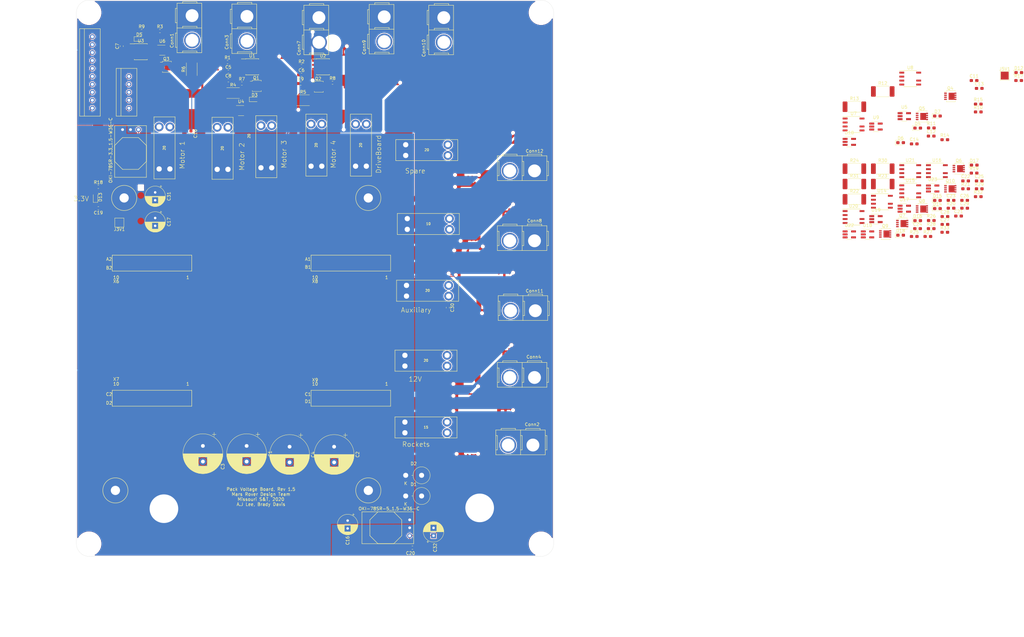
<source format=kicad_pcb>
(kicad_pcb (version 20171130) (host pcbnew "(5.1.6)-1")
  (layers (0 F.Cu signal) (31 B.Cu signal) (34 B.Paste user) (35 F.Paste user) (36 B.SilkS user) (37 F.SilkS user) (38 B.Mask user) (39 F.Mask user) (44 Edge.Cuts user))
  (net 0 "")
  (net 1 GND)
  (net 2 /PV)
  (net 3 "Net-(C8-Pad1)")
  (net 4 "Net-(C9-Pad1)")
  (net 5 "Net-(C10-Pad1)")
  (net 6 "Net-(C12-Pad1)")
  (net 7 "Net-(C13-Pad1)")
  (net 8 "Net-(C14-Pad1)")
  (net 9 +5V)
  (net 10 +3V3)
  (net 11 "Net-(C21-Pad1)")
  (net 12 "Net-(C22-Pad1)")
  (net 13 "Net-(C23-Pad1)")
  (net 14 "Net-(C24-Pad1)")
  (net 15 "Net-(C25-Pad1)")
  (net 16 "Net-(C26-Pad1)")
  (net 17 "Net-(C27-Pad1)")
  (net 18 "Net-(C28-Pad1)")
  (net 19 "Net-(C29-Pad1)")
  (net 20 "Net-(C30-Pad1)")
  (net 21 /GimbalSense)
  (net 22 /LowCurrentSense)
  (net 23 /MultimediaSense)
  (net 24 /AuxMountSense)
  (net 25 /CameraCTL)
  (net 26 /NavBoardCTL)
  (net 27 /ExtraCTL)
  (net 28 "Net-(D7-Pad2)")
  (net 29 "Net-(D14-Pad2)")
  (net 30 "Net-(D15-Pad2)")
  (net 31 "Net-(D16-Pad2)")
  (net 32 "Net-(D17-Pad2)")
  (net 33 "Net-(D18-Pad2)")
  (net 34 "Net-(R11-Pad1)")
  (net 35 "Net-(R19-Pad1)")
  (net 36 "Net-(R20-Pad1)")
  (net 37 "Net-(R21-Pad1)")
  (net 38 "Net-(R28-Pad1)")
  (net 39 "Net-(R29-Pad1)")
  (net 40 /Driver_M2)
  (net 41 /Driver_M3)
  (net 42 /Driver_M1)
  (net 43 /Driver_M4)
  (net 44 /Driver_S1)
  (net 45 /Driver_T1)
  (net 46 /Driver_V1)
  (net 47 /Driver_R1)
  (net 48 /Driver_D1)
  (net 49 /Driver_A1)
  (net 50 "Net-(U24-PadPP2)")
  (net 51 /Current_Sensor_A1)
  (net 52 /Current_Sensor_D1)
  (net 53 "Net-(U24-PadRese)")
  (net 54 "Net-(U24-PadPH2)")
  (net 55 "Net-(U24-PadPM3)")
  (net 56 "Net-(U24-PadPL3)")
  (net 57 "Net-(U24-PadPL2)")
  (net 58 "Net-(U24-PadPL1)")
  (net 59 "Net-(U24-PadPL4)")
  (net 60 "Net-(U24-PadPG0)")
  (net 61 /Current_Sensor_T1)
  (net 62 /Current_Sensor_S1)
  (net 63 /Current_Sensor_R1)
  (net 64 "Net-(U24-PadPM5)")
  (net 65 /Current_Sensor_V1)
  (net 66 /Current_Sensor_M4)
  (net 67 /Current_Sensor_M3)
  (net 68 /Current_Sensor_M2)
  (net 69 /Current_Sensor_M1)
  (net 70 "Net-(U24-Pad+5V)")
  (net 71 "Net-(U24-PadPP5)")
  (net 72 "Net-(U24-PadPM7)")
  (net 73 "Net-(U24-PadPK6)")
  (net 74 "Net-(U24-PadPK4)")
  (net 75 "Net-(U24-Pad+5V')")
  (net 76 "Net-(U24-PadPA7)")
  (net 77 "Net-(U24-PadRese')")
  (net 78 "Net-(U24-PadPQ3)")
  (net 79 "Net-(U24-PadPQ2)")
  (net 80 /Anderson_S1)
  (net 81 /Anderson_T1)
  (net 82 /Anderson_V1)
  (net 83 /Anderson_R1)
  (net 84 /Anderson_D1)
  (net 85 /Anderson_A1)
  (net 86 /MultimediaLogCTL)
  (net 87 /AuxLogCTL)
  (net 88 /GimbalLogCTL)
  (net 89 /MultimediaActCTL)
  (net 90 /AuxActCTL)
  (net 91 /GimbalActCTL)
  (net 92 /DriveCTL)
  (net 93 "Net-(D12-Pad2)")
  (net 94 "Net-(D13-Pad2)")
  (net 95 "Net-(U24-PadPN3)")
  (net 96 "Net-(U24-PadPF3)")
  (net 97 "Net-(U24-PadPF2)")
  (net 98 "Net-(U24-PadPF1)")
  (net 99 "Net-(U24-PadPB3)")
  (net 100 "Net-(U24-PadPB2)")
  (net 101 "Net-(U24-PadPC5)")
  (net 102 "Net-(U24-PadPM4)")
  (net 103 "Net-(U24-PadPN4)")
  (net 104 "Net-(U24-PadPP4)")
  (net 105 "Net-(U24-PadPB5)")
  (net 106 "Net-(U24-PadPB4)")
  (net 107 "Net-(U24-PadPN5)")
  (net 108 "Net-(U24-PadPA4)")
  (net 109 /BuckCTL)
  (net 110 "Net-(C5-Pad1)")
  (net 111 "Net-(C7-Pad1)")
  (net 112 "Net-(D3-Pad2)")
  (net 113 "Net-(D4-Pad2)")
  (net 114 "Net-(D5-Pad2)")
  (net 115 "Net-(D6-Pad2)")
  (net 116 "Net-(R1-Pad1)")
  (net 117 "Net-(R3-Pad1)")
  (net 118 "Net-(C6-Pad1)")
  (net 119 "Net-(C11-Pad1)")
  (net 120 "Net-(R2-Pad1)")
  (net 121 /Anderson_M2)
  (net 122 /Anderson_M3)
  (net 123 /Anderson_M1)
  (net 124 "Net-(R10-Pad1)")
  (net 125 /Anderson_M4)
  (net 126 "Net-(U24-PadPL0)")
  (net 127 "Net-(U24-PadPL5)")
  (net 128 "Net-(U24-PadPA6)")
  (net 129 "Net-(U24-PadPD7)")
  (net 130 "Net-(U24-PadPA5)")
  (net 131 "Net-(Q1-Pad4)")
  (net 132 "Net-(Q1-Pad1)")
  (net 133 "Net-(Q2-Pad4)")
  (net 134 "Net-(Q2-Pad1)")
  (net 135 "Net-(Q3-Pad4)")
  (net 136 "Net-(Q3-Pad1)")
  (net 137 "Net-(Q4-Pad4)")
  (net 138 "Net-(Q4-Pad1)")
  (net 139 "Net-(Q5-Pad4)")
  (net 140 "Net-(Q5-Pad1)")
  (net 141 "Net-(Q6-Pad4)")
  (net 142 "Net-(Q6-Pad1)")
  (net 143 "Net-(Q7-Pad4)")
  (net 144 "Net-(Q7-Pad1)")
  (net 145 "Net-(Q8-Pad4)")
  (net 146 "Net-(Q8-Pad1)")
  (net 147 "Net-(Q9-Pad4)")
  (net 148 "Net-(Q9-Pad1)")
  (net 149 "Net-(Q10-Pad4)")
  (net 150 "Net-(Q10-Pad1)")
  (module MRDT_Drill_Holes:4_40_Hole (layer F.Cu) (at 91.44 63.246)
    (fp_text reference REF** hide)
    (fp_text value 4_40_Hole hide)
    (pad "" np_thru_hole circle (at 0 0) (size 2.9464 2.9464) (drill 2.9464) (layers *.Cu *.Mask) (clearance 2.5))
  )
  (module MRDT_Drill_Holes:4_40_Hole (layer F.Cu) (at 169.418 63.246)
    (fp_text reference REF** hide)
    (fp_text value 4_40_Hole hide)
    (pad "" np_thru_hole circle (at 0 0) (size 2.9464 2.9464) (drill 2.9464) (layers *.Cu *.Mask) (clearance 2.5))
  )
  (module MRDT_Drill_Holes:4_40_Hole (layer F.Cu) (at 169.418 156.718)
    (fp_text reference REF** hide)
    (fp_text value 4_40_Hole hide)
    (pad "" np_thru_hole circle (at 0 0) (size 2.9464 2.9464) (drill 2.9464) (layers *.Cu *.Mask) (clearance 2.5))
  )
  (module MRDT_Drill_Holes:4_40_Hole (layer F.Cu) (at 88.646 156.718)
    (fp_text reference REF** hide)
    (fp_text value 4_40_Hole hide)
    (pad "" np_thru_hole circle (at 0 0) (size 2.9464 2.9464) (drill 2.9464) (layers *.Cu *.Mask) (clearance 2.5))
  )
  (module Package_TO_SOT_SMD:SOT-23-5_HandSoldering (layer F.Cu) (at 349.642 60.224)
    (fp_text reference U23 (at 0 -2.9) (layer F.SilkS))
    (fp_text value INA281)
    (pad 5 smd rect (at 1.35 -0.95) (size 1.56 0.65) (layers F.Cu F.Paste F.Mask) (net 9 +5V))
    (pad 4 smd rect (at 1.35 0.95) (size 1.56 0.65) (layers F.Cu F.Paste F.Mask) (net 85 /Anderson_A1))
    (pad 3 smd rect (at -1.35 0.95) (size 1.56 0.65) (layers F.Cu F.Paste F.Mask) (net 150 "Net-(Q10-Pad1)"))
    (pad 2 smd rect (at -1.35 0) (size 1.56 0.65) (layers F.Cu F.Paste F.Mask) (net 1 GND))
    (pad 1 smd rect (at -1.35 -0.95) (size 1.56 0.65) (layers F.Cu F.Paste F.Mask) (net 51 /Current_Sensor_A1))
  )
  (module Package_TO_SOT_SMD:SOT-23-5_HandSoldering (layer F.Cu) (at 323.032 74.894)
    (fp_text reference U22 (at 0 -2.9) (layer F.SilkS))
    (fp_text value INA281)
    (pad 5 smd rect (at 1.35 -0.95) (size 1.56 0.65) (layers F.Cu F.Paste F.Mask) (net 9 +5V))
    (pad 4 smd rect (at 1.35 0.95) (size 1.56 0.65) (layers F.Cu F.Paste F.Mask) (net 84 /Anderson_D1))
    (pad 3 smd rect (at -1.35 0.95) (size 1.56 0.65) (layers F.Cu F.Paste F.Mask) (net 148 "Net-(Q9-Pad1)"))
    (pad 2 smd rect (at -1.35 0) (size 1.56 0.65) (layers F.Cu F.Paste F.Mask) (net 1 GND))
    (pad 1 smd rect (at -1.35 -0.95) (size 1.56 0.65) (layers F.Cu F.Paste F.Mask) (net 52 /Current_Sensor_D1))
  )
  (module Package_SO:SOIC-8-N7_3.9x4.9mm_P1.27mm (layer F.Cu) (at 342.482 54.674)
    (fp_text reference U21 (at 0 -3.5) (layer F.SilkS))
    (fp_text value LT1910)
    (pad 8 smd rect (at 2.7 -1.905) (size 1.55 0.6) (layers F.Cu F.Paste F.Mask) (net 20 "Net-(C30-Pad1)"))
    (pad 6 smd rect (at 2.7 0.635) (size 1.55 0.6) (layers F.Cu F.Paste F.Mask) (net 20 "Net-(C30-Pad1)"))
    (pad 5 smd rect (at 2.7 1.905) (size 1.55 0.6) (layers F.Cu F.Paste F.Mask) (net 149 "Net-(Q10-Pad4)"))
    (pad 4 smd rect (at -2.7 1.905) (size 1.55 0.6) (layers F.Cu F.Paste F.Mask) (net 49 /Driver_A1))
    (pad 3 smd rect (at -2.7 0.635) (size 1.55 0.6) (layers F.Cu F.Paste F.Mask) (net 39 "Net-(R29-Pad1)"))
    (pad 2 smd rect (at -2.7 -0.635) (size 1.55 0.6) (layers F.Cu F.Paste F.Mask) (net 18 "Net-(C28-Pad1)"))
    (pad 1 smd rect (at -2.7 -1.905) (size 1.55 0.6) (layers F.Cu F.Paste F.Mask) (net 1 GND))
  )
  (module Package_SO:SOIC-8-N7_3.9x4.9mm_P1.27mm (layer F.Cu) (at 324.382 69.344)
    (fp_text reference U20 (at 0 -3.5) (layer F.SilkS))
    (fp_text value LT1910)
    (pad 8 smd rect (at 2.7 -1.905) (size 1.55 0.6) (layers F.Cu F.Paste F.Mask) (net 19 "Net-(C29-Pad1)"))
    (pad 6 smd rect (at 2.7 0.635) (size 1.55 0.6) (layers F.Cu F.Paste F.Mask) (net 19 "Net-(C29-Pad1)"))
    (pad 5 smd rect (at 2.7 1.905) (size 1.55 0.6) (layers F.Cu F.Paste F.Mask) (net 147 "Net-(Q9-Pad4)"))
    (pad 4 smd rect (at -2.7 1.905) (size 1.55 0.6) (layers F.Cu F.Paste F.Mask) (net 48 /Driver_D1))
    (pad 3 smd rect (at -2.7 0.635) (size 1.55 0.6) (layers F.Cu F.Paste F.Mask) (net 38 "Net-(R28-Pad1)"))
    (pad 2 smd rect (at -2.7 -0.635) (size 1.55 0.6) (layers F.Cu F.Paste F.Mask) (net 17 "Net-(C27-Pad1)"))
    (pad 1 smd rect (at -2.7 -1.905) (size 1.55 0.6) (layers F.Cu F.Paste F.Mask) (net 1 GND))
  )
  (module Package_TO_SOT_SMD:SOT-23-5_HandSoldering (layer F.Cu) (at 331.542 70.004)
    (fp_text reference U19 (at 0 -2.9) (layer F.SilkS))
    (fp_text value INA281)
    (pad 5 smd rect (at 1.35 -0.95) (size 1.56 0.65) (layers F.Cu F.Paste F.Mask) (net 9 +5V))
    (pad 4 smd rect (at 1.35 0.95) (size 1.56 0.65) (layers F.Cu F.Paste F.Mask) (net 83 /Anderson_R1))
    (pad 3 smd rect (at -1.35 0.95) (size 1.56 0.65) (layers F.Cu F.Paste F.Mask) (net 146 "Net-(Q8-Pad1)"))
    (pad 2 smd rect (at -1.35 0) (size 1.56 0.65) (layers F.Cu F.Paste F.Mask) (net 1 GND))
    (pad 1 smd rect (at -1.35 -0.95) (size 1.56 0.65) (layers F.Cu F.Paste F.Mask) (net 63 /Current_Sensor_R1))
  )
  (module Package_TO_SOT_SMD:SOT-23-5_HandSoldering (layer F.Cu) (at 328.842 74.894)
    (fp_text reference U18 (at 0 -2.9) (layer F.SilkS))
    (fp_text value INA281)
    (pad 5 smd rect (at 1.35 -0.95) (size 1.56 0.65) (layers F.Cu F.Paste F.Mask) (net 9 +5V))
    (pad 4 smd rect (at 1.35 0.95) (size 1.56 0.65) (layers F.Cu F.Paste F.Mask) (net 82 /Anderson_V1))
    (pad 3 smd rect (at -1.35 0.95) (size 1.56 0.65) (layers F.Cu F.Paste F.Mask) (net 144 "Net-(Q7-Pad1)"))
    (pad 2 smd rect (at -1.35 0) (size 1.56 0.65) (layers F.Cu F.Paste F.Mask) (net 1 GND))
    (pad 1 smd rect (at -1.35 -0.95) (size 1.56 0.65) (layers F.Cu F.Paste F.Mask) (net 65 /Current_Sensor_V1))
  )
  (module Package_TO_SOT_SMD:SOT-23-5_HandSoldering (layer F.Cu) (at 340.592 66.674)
    (fp_text reference U17 (at 0 -2.9) (layer F.SilkS))
    (fp_text value INA281)
    (pad 5 smd rect (at 1.35 -0.95) (size 1.56 0.65) (layers F.Cu F.Paste F.Mask) (net 9 +5V))
    (pad 4 smd rect (at 1.35 0.95) (size 1.56 0.65) (layers F.Cu F.Paste F.Mask) (net 81 /Anderson_T1))
    (pad 3 smd rect (at -1.35 0.95) (size 1.56 0.65) (layers F.Cu F.Paste F.Mask) (net 142 "Net-(Q6-Pad1)"))
    (pad 2 smd rect (at -1.35 0) (size 1.56 0.65) (layers F.Cu F.Paste F.Mask) (net 1 GND))
    (pad 1 smd rect (at -1.35 -0.95) (size 1.56 0.65) (layers F.Cu F.Paste F.Mask) (net 61 /Current_Sensor_T1))
  )
  (module Package_SO:SOIC-8-N7_3.9x4.9mm_P1.27mm (layer F.Cu) (at 350.992 54.674)
    (fp_text reference U16 (at 0 -3.5) (layer F.SilkS))
    (fp_text value LT1910)
    (pad 8 smd rect (at 2.7 -1.905) (size 1.55 0.6) (layers F.Cu F.Paste F.Mask) (net 16 "Net-(C26-Pad1)"))
    (pad 6 smd rect (at 2.7 0.635) (size 1.55 0.6) (layers F.Cu F.Paste F.Mask) (net 16 "Net-(C26-Pad1)"))
    (pad 5 smd rect (at 2.7 1.905) (size 1.55 0.6) (layers F.Cu F.Paste F.Mask) (net 145 "Net-(Q8-Pad4)"))
    (pad 4 smd rect (at -2.7 1.905) (size 1.55 0.6) (layers F.Cu F.Paste F.Mask) (net 47 /Driver_R1))
    (pad 3 smd rect (at -2.7 0.635) (size 1.55 0.6) (layers F.Cu F.Paste F.Mask) (net 37 "Net-(R21-Pad1)"))
    (pad 2 smd rect (at -2.7 -0.635) (size 1.55 0.6) (layers F.Cu F.Paste F.Mask) (net 13 "Net-(C23-Pad1)"))
    (pad 1 smd rect (at -2.7 -1.905) (size 1.55 0.6) (layers F.Cu F.Paste F.Mask) (net 1 GND))
  )
  (module Package_SO:SOIC-8-N7_3.9x4.9mm_P1.27mm (layer F.Cu) (at 342.482 61.124)
    (fp_text reference U15 (at 0 -3.5) (layer F.SilkS))
    (fp_text value LT1910)
    (pad 8 smd rect (at 2.7 -1.905) (size 1.55 0.6) (layers F.Cu F.Paste F.Mask) (net 15 "Net-(C25-Pad1)"))
    (pad 6 smd rect (at 2.7 0.635) (size 1.55 0.6) (layers F.Cu F.Paste F.Mask) (net 15 "Net-(C25-Pad1)"))
    (pad 5 smd rect (at 2.7 1.905) (size 1.55 0.6) (layers F.Cu F.Paste F.Mask) (net 143 "Net-(Q7-Pad4)"))
    (pad 4 smd rect (at -2.7 1.905) (size 1.55 0.6) (layers F.Cu F.Paste F.Mask) (net 46 /Driver_V1))
    (pad 3 smd rect (at -2.7 0.635) (size 1.55 0.6) (layers F.Cu F.Paste F.Mask) (net 36 "Net-(R20-Pad1)"))
    (pad 2 smd rect (at -2.7 -0.635) (size 1.55 0.6) (layers F.Cu F.Paste F.Mask) (net 12 "Net-(C22-Pad1)"))
    (pad 1 smd rect (at -2.7 -1.905) (size 1.55 0.6) (layers F.Cu F.Paste F.Mask) (net 1 GND))
  )
  (module Package_SO:SOIC-8-N7_3.9x4.9mm_P1.27mm (layer F.Cu) (at 333.432 64.454)
    (fp_text reference U14 (at 0 -3.5) (layer F.SilkS))
    (fp_text value LT1910)
    (pad 8 smd rect (at 2.7 -1.905) (size 1.55 0.6) (layers F.Cu F.Paste F.Mask) (net 14 "Net-(C24-Pad1)"))
    (pad 6 smd rect (at 2.7 0.635) (size 1.55 0.6) (layers F.Cu F.Paste F.Mask) (net 14 "Net-(C24-Pad1)"))
    (pad 5 smd rect (at 2.7 1.905) (size 1.55 0.6) (layers F.Cu F.Paste F.Mask) (net 141 "Net-(Q6-Pad4)"))
    (pad 4 smd rect (at -2.7 1.905) (size 1.55 0.6) (layers F.Cu F.Paste F.Mask) (net 45 /Driver_T1))
    (pad 3 smd rect (at -2.7 0.635) (size 1.55 0.6) (layers F.Cu F.Paste F.Mask) (net 35 "Net-(R19-Pad1)"))
    (pad 2 smd rect (at -2.7 -0.635) (size 1.55 0.6) (layers F.Cu F.Paste F.Mask) (net 11 "Net-(C21-Pad1)"))
    (pad 1 smd rect (at -2.7 -1.905) (size 1.55 0.6) (layers F.Cu F.Paste F.Mask) (net 1 GND))
  )
  (module Package_TO_SOT_SMD:SOT-23-5_HandSoldering (layer F.Cu) (at 323.032 45.314)
    (fp_text reference U10 (at 0 -2.9) (layer F.SilkS))
    (fp_text value INA281)
    (pad 5 smd rect (at 1.35 -0.95) (size 1.56 0.65) (layers F.Cu F.Paste F.Mask) (net 9 +5V))
    (pad 4 smd rect (at 1.35 0.95) (size 1.56 0.65) (layers F.Cu F.Paste F.Mask) (net 80 /Anderson_S1))
    (pad 3 smd rect (at -1.35 0.95) (size 1.56 0.65) (layers F.Cu F.Paste F.Mask) (net 140 "Net-(Q5-Pad1)"))
    (pad 2 smd rect (at -1.35 0) (size 1.56 0.65) (layers F.Cu F.Paste F.Mask) (net 1 GND))
    (pad 1 smd rect (at -1.35 -0.95) (size 1.56 0.65) (layers F.Cu F.Paste F.Mask) (net 62 /Current_Sensor_S1))
  )
  (module Package_TO_SOT_SMD:SOT-23-5_HandSoldering (layer F.Cu) (at 331.542 40.424)
    (fp_text reference U9 (at 0 -2.9) (layer F.SilkS))
    (fp_text value INA281)
    (pad 5 smd rect (at 1.35 -0.95) (size 1.56 0.65) (layers F.Cu F.Paste F.Mask) (net 9 +5V))
    (pad 4 smd rect (at 1.35 0.95) (size 1.56 0.65) (layers F.Cu F.Paste F.Mask) (net 125 /Anderson_M4))
    (pad 3 smd rect (at -1.35 0.95) (size 1.56 0.65) (layers F.Cu F.Paste F.Mask) (net 138 "Net-(Q4-Pad1)"))
    (pad 2 smd rect (at -1.35 0) (size 1.56 0.65) (layers F.Cu F.Paste F.Mask) (net 1 GND))
    (pad 1 smd rect (at -1.35 -0.95) (size 1.56 0.65) (layers F.Cu F.Paste F.Mask) (net 66 /Current_Sensor_M4))
  )
  (module Package_SO:SOIC-8-N7_3.9x4.9mm_P1.27mm (layer F.Cu) (at 342.482 25.094)
    (fp_text reference U8 (at 0 -3.5) (layer F.SilkS))
    (fp_text value LT1910)
    (pad 8 smd rect (at 2.7 -1.905) (size 1.55 0.6) (layers F.Cu F.Paste F.Mask) (net 8 "Net-(C14-Pad1)"))
    (pad 6 smd rect (at 2.7 0.635) (size 1.55 0.6) (layers F.Cu F.Paste F.Mask) (net 8 "Net-(C14-Pad1)"))
    (pad 5 smd rect (at 2.7 1.905) (size 1.55 0.6) (layers F.Cu F.Paste F.Mask) (net 139 "Net-(Q5-Pad4)"))
    (pad 4 smd rect (at -2.7 1.905) (size 1.55 0.6) (layers F.Cu F.Paste F.Mask) (net 44 /Driver_S1))
    (pad 3 smd rect (at -2.7 0.635) (size 1.55 0.6) (layers F.Cu F.Paste F.Mask) (net 34 "Net-(R11-Pad1)"))
    (pad 2 smd rect (at -2.7 -0.635) (size 1.55 0.6) (layers F.Cu F.Paste F.Mask) (net 6 "Net-(C12-Pad1)"))
    (pad 1 smd rect (at -2.7 -1.905) (size 1.55 0.6) (layers F.Cu F.Paste F.Mask) (net 1 GND))
  )
  (module Package_SO:SOIC-8-N7_3.9x4.9mm_P1.27mm (layer F.Cu) (at 324.382 39.764)
    (fp_text reference U7 (at 0 -3.5) (layer F.SilkS))
    (fp_text value LT1910)
    (pad 8 smd rect (at 2.7 -1.905) (size 1.55 0.6) (layers F.Cu F.Paste F.Mask) (net 7 "Net-(C13-Pad1)"))
    (pad 6 smd rect (at 2.7 0.635) (size 1.55 0.6) (layers F.Cu F.Paste F.Mask) (net 7 "Net-(C13-Pad1)"))
    (pad 5 smd rect (at 2.7 1.905) (size 1.55 0.6) (layers F.Cu F.Paste F.Mask) (net 137 "Net-(Q4-Pad4)"))
    (pad 4 smd rect (at -2.7 1.905) (size 1.55 0.6) (layers F.Cu F.Paste F.Mask) (net 43 /Driver_M4))
    (pad 3 smd rect (at -2.7 0.635) (size 1.55 0.6) (layers F.Cu F.Paste F.Mask) (net 124 "Net-(R10-Pad1)"))
    (pad 2 smd rect (at -2.7 -0.635) (size 1.55 0.6) (layers F.Cu F.Paste F.Mask) (net 119 "Net-(C11-Pad1)"))
    (pad 1 smd rect (at -2.7 -1.905) (size 1.55 0.6) (layers F.Cu F.Paste F.Mask) (net 1 GND))
  )
  (module Package_TO_SOT_SMD:SOT-23-5_HandSoldering (layer F.Cu) (at 103.632 16.002)
    (fp_text reference U6 (at 0 -2.9) (layer F.SilkS))
    (fp_text value INA281)
    (pad 5 smd rect (at 1.35 -0.95) (size 1.56 0.65) (layers F.Cu F.Paste F.Mask) (net 9 +5V))
    (pad 4 smd rect (at 1.35 0.95) (size 1.56 0.65) (layers F.Cu F.Paste F.Mask) (net 123 /Anderson_M1))
    (pad 3 smd rect (at -1.35 0.95) (size 1.56 0.65) (layers F.Cu F.Paste F.Mask) (net 136 "Net-(Q3-Pad1)"))
    (pad 2 smd rect (at -1.35 0) (size 1.56 0.65) (layers F.Cu F.Paste F.Mask) (net 1 GND))
    (pad 1 smd rect (at -1.35 -0.95) (size 1.56 0.65) (layers F.Cu F.Paste F.Mask) (net 69 /Current_Sensor_M1))
  )
  (module Package_TO_SOT_SMD:SOT-23-5_HandSoldering (layer F.Cu) (at 340.592 37.094)
    (fp_text reference U5 (at 0 -2.9) (layer F.SilkS))
    (fp_text value INA281)
    (pad 5 smd rect (at 1.35 -0.95) (size 1.56 0.65) (layers F.Cu F.Paste F.Mask) (net 9 +5V))
    (pad 4 smd rect (at 1.35 0.95) (size 1.56 0.65) (layers F.Cu F.Paste F.Mask) (net 122 /Anderson_M3))
    (pad 3 smd rect (at -1.35 0.95) (size 1.56 0.65) (layers F.Cu F.Paste F.Mask) (net 134 "Net-(Q2-Pad1)"))
    (pad 2 smd rect (at -1.35 0) (size 1.56 0.65) (layers F.Cu F.Paste F.Mask) (net 1 GND))
    (pad 1 smd rect (at -1.35 -0.95) (size 1.56 0.65) (layers F.Cu F.Paste F.Mask) (net 67 /Current_Sensor_M3))
  )
  (module Package_TO_SOT_SMD:SOT-23-5_HandSoldering (layer F.Cu) (at 128.778 35.306)
    (fp_text reference U4 (at 0 -2.9) (layer F.SilkS))
    (fp_text value INA281)
    (pad 5 smd rect (at 1.35 -0.95) (size 1.56 0.65) (layers F.Cu F.Paste F.Mask) (net 9 +5V))
    (pad 4 smd rect (at 1.35 0.95) (size 1.56 0.65) (layers F.Cu F.Paste F.Mask) (net 121 /Anderson_M2))
    (pad 3 smd rect (at -1.35 0.95) (size 1.56 0.65) (layers F.Cu F.Paste F.Mask) (net 132 "Net-(Q1-Pad1)"))
    (pad 2 smd rect (at -1.35 0) (size 1.56 0.65) (layers F.Cu F.Paste F.Mask) (net 1 GND))
    (pad 1 smd rect (at -1.35 -0.95) (size 1.56 0.65) (layers F.Cu F.Paste F.Mask) (net 68 /Current_Sensor_M2))
  )
  (module Package_SO:SOIC-8-N7_3.9x4.9mm_P1.27mm (layer F.Cu) (at 96.774 16.51)
    (fp_text reference U3 (at 0 -3.5) (layer F.SilkS))
    (fp_text value LT1910)
    (pad 8 smd rect (at 2.7 -1.905) (size 1.55 0.6) (layers F.Cu F.Paste F.Mask) (net 5 "Net-(C10-Pad1)"))
    (pad 6 smd rect (at 2.7 0.635) (size 1.55 0.6) (layers F.Cu F.Paste F.Mask) (net 5 "Net-(C10-Pad1)"))
    (pad 5 smd rect (at 2.7 1.905) (size 1.55 0.6) (layers F.Cu F.Paste F.Mask) (net 135 "Net-(Q3-Pad4)"))
    (pad 4 smd rect (at -2.7 1.905) (size 1.55 0.6) (layers F.Cu F.Paste F.Mask) (net 42 /Driver_M1))
    (pad 3 smd rect (at -2.7 0.635) (size 1.55 0.6) (layers F.Cu F.Paste F.Mask) (net 117 "Net-(R3-Pad1)"))
    (pad 2 smd rect (at -2.7 -0.635) (size 1.55 0.6) (layers F.Cu F.Paste F.Mask) (net 111 "Net-(C7-Pad1)"))
    (pad 1 smd rect (at -2.7 -1.905) (size 1.55 0.6) (layers F.Cu F.Paste F.Mask) (net 1 GND))
  )
  (module Package_SO:SOIC-8-N7_3.9x4.9mm_P1.27mm (layer F.Cu) (at 154.94 21.336)
    (fp_text reference U2 (at 0 -3.5) (layer F.SilkS))
    (fp_text value LT1910)
    (pad 8 smd rect (at 2.7 -1.905) (size 1.55 0.6) (layers F.Cu F.Paste F.Mask) (net 4 "Net-(C9-Pad1)"))
    (pad 6 smd rect (at 2.7 0.635) (size 1.55 0.6) (layers F.Cu F.Paste F.Mask) (net 4 "Net-(C9-Pad1)"))
    (pad 5 smd rect (at 2.7 1.905) (size 1.55 0.6) (layers F.Cu F.Paste F.Mask) (net 133 "Net-(Q2-Pad4)"))
    (pad 4 smd rect (at -2.7 1.905) (size 1.55 0.6) (layers F.Cu F.Paste F.Mask) (net 41 /Driver_M3))
    (pad 3 smd rect (at -2.7 0.635) (size 1.55 0.6) (layers F.Cu F.Paste F.Mask) (net 120 "Net-(R2-Pad1)"))
    (pad 2 smd rect (at -2.7 -0.635) (size 1.55 0.6) (layers F.Cu F.Paste F.Mask) (net 118 "Net-(C6-Pad1)"))
    (pad 1 smd rect (at -2.7 -1.905) (size 1.55 0.6) (layers F.Cu F.Paste F.Mask) (net 1 GND))
  )
  (module Package_SO:SOIC-8-N7_3.9x4.9mm_P1.27mm (layer F.Cu) (at 132.334 21.336)
    (fp_text reference U1 (at 0 -3.5) (layer F.SilkS))
    (fp_text value LT1910)
    (pad 8 smd rect (at 2.7 -1.905) (size 1.55 0.6) (layers F.Cu F.Paste F.Mask) (net 3 "Net-(C8-Pad1)"))
    (pad 6 smd rect (at 2.7 0.635) (size 1.55 0.6) (layers F.Cu F.Paste F.Mask) (net 3 "Net-(C8-Pad1)"))
    (pad 5 smd rect (at 2.7 1.905) (size 1.55 0.6) (layers F.Cu F.Paste F.Mask) (net 131 "Net-(Q1-Pad4)"))
    (pad 4 smd rect (at -2.7 1.905) (size 1.55 0.6) (layers F.Cu F.Paste F.Mask) (net 40 /Driver_M2))
    (pad 3 smd rect (at -2.7 0.635) (size 1.55 0.6) (layers F.Cu F.Paste F.Mask) (net 116 "Net-(R1-Pad1)"))
    (pad 2 smd rect (at -2.7 -0.635) (size 1.55 0.6) (layers F.Cu F.Paste F.Mask) (net 110 "Net-(C5-Pad1)"))
    (pad 1 smd rect (at -2.7 -1.905) (size 1.55 0.6) (layers F.Cu F.Paste F.Mask) (net 1 GND))
  )
  (module Resistor_SMD:R_0603_1608Metric_Pad1.05x0.95mm_HandSolder (layer F.Cu) (at 353.522 74.204)
    (fp_text reference R33 (at 0 -1.43) (layer F.SilkS))
    (fp_text value 3300)
    (pad 2 smd roundrect (at 0.875 0) (size 1.05 0.95) (layers F.Cu F.Paste F.Mask) (net 33 "Net-(D18-Pad2)"))
    (pad 1 smd roundrect (at -0.875 0) (size 1.05 0.95) (layers F.Cu F.Paste F.Mask) (net 150 "Net-(Q10-Pad1)"))
  )
  (module Resistor_SMD:R_0603_1608Metric_Pad1.05x0.95mm_HandSolder (layer F.Cu) (at 364.212 62.824)
    (fp_text reference R32 (at 0 -1.43) (layer F.SilkS))
    (fp_text value 3300)
    (pad 2 smd roundrect (at 0.875 0) (size 1.05 0.95) (layers F.Cu F.Paste F.Mask) (net 32 "Net-(D17-Pad2)"))
    (pad 1 smd roundrect (at -0.875 0) (size 1.05 0.95) (layers F.Cu F.Paste F.Mask) (net 84 /Anderson_D1))
  )
  (module Resistor_SMD:R_2512_6332Metric_Pad1.52x3.35mm_HandSolder (layer F.Cu) (at 324.652 58.784)
    (fp_text reference R31 (at 0 -2.62) (layer F.SilkS))
    (fp_text value 0.0025)
    (pad 2 smd roundrect (at 2.9875 0) (size 1.525 3.35) (layers F.Cu F.Paste F.Mask) (roundrect_rratio 0.163934) (net 85 /Anderson_A1))
    (pad 1 smd roundrect (at -2.9875 0) (size 1.525 3.35) (layers F.Cu F.Paste F.Mask) (roundrect_rratio 0.163934) (net 150 "Net-(Q10-Pad1)"))
  )
  (module Resistor_SMD:R_2512_6332Metric_Pad1.52x3.35mm_HandSolder (layer F.Cu) (at 333.702 53.894)
    (fp_text reference R30 (at 0 -2.62) (layer F.SilkS))
    (fp_text value 0.0025)
    (pad 2 smd roundrect (at 2.9875 0) (size 1.525 3.35) (layers F.Cu F.Paste F.Mask) (roundrect_rratio 0.163934) (net 84 /Anderson_D1))
    (pad 1 smd roundrect (at -2.9875 0) (size 1.525 3.35) (layers F.Cu F.Paste F.Mask) (roundrect_rratio 0.163934) (net 148 "Net-(Q9-Pad1)"))
  )
  (module Resistor_SMD:R_0603_1608Metric_Pad1.05x0.95mm_HandSolder (layer F.Cu) (at 364.522 60.314)
    (fp_text reference R29 (at 0 -1.43) (layer F.SilkS))
    (fp_text value 5.1k)
    (pad 2 smd roundrect (at 0.875 0) (size 1.05 0.95) (layers F.Cu F.Paste F.Mask) (net 9 +5V))
    (pad 1 smd roundrect (at -0.875 0) (size 1.05 0.95) (layers F.Cu F.Paste F.Mask) (net 39 "Net-(R29-Pad1)"))
  )
  (module Resistor_SMD:R_0603_1608Metric_Pad1.05x0.95mm_HandSolder (layer F.Cu) (at 349.172 73.044)
    (fp_text reference R28 (at 0 -1.43) (layer F.SilkS))
    (fp_text value 5.1k)
    (pad 2 smd roundrect (at 0.875 0) (size 1.05 0.95) (layers F.Cu F.Paste F.Mask) (net 9 +5V))
    (pad 1 smd roundrect (at -0.875 0) (size 1.05 0.95) (layers F.Cu F.Paste F.Mask) (net 38 "Net-(R28-Pad1)"))
  )
  (module Resistor_SMD:R_0603_1608Metric_Pad1.05x0.95mm_HandSolder (layer F.Cu) (at 348.112 75.554)
    (fp_text reference R27 (at 0 -1.43) (layer F.SilkS))
    (fp_text value 3300)
    (pad 2 smd roundrect (at 0.875 0) (size 1.05 0.95) (layers F.Cu F.Paste F.Mask) (net 31 "Net-(D16-Pad2)"))
    (pad 1 smd roundrect (at -0.875 0) (size 1.05 0.95) (layers F.Cu F.Paste F.Mask) (net 146 "Net-(Q8-Pad1)"))
  )
  (module Resistor_SMD:R_0603_1608Metric_Pad1.05x0.95mm_HandSolder (layer F.Cu) (at 349.212 70.454)
    (fp_text reference R26 (at 0 -1.43) (layer F.SilkS))
    (fp_text value 3300)
    (pad 2 smd roundrect (at 0.875 0) (size 1.05 0.95) (layers F.Cu F.Paste F.Mask) (net 30 "Net-(D15-Pad2)"))
    (pad 1 smd roundrect (at -0.875 0) (size 1.05 0.95) (layers F.Cu F.Paste F.Mask) (net 144 "Net-(Q7-Pad1)"))
  )
  (module Resistor_SMD:R_0603_1608Metric_Pad1.05x0.95mm_HandSolder (layer F.Cu) (at 343.762 75.554)
    (fp_text reference R25 (at 0 -1.43) (layer F.SilkS))
    (fp_text value 1200)
    (pad 2 smd roundrect (at 0.875 0) (size 1.05 0.95) (layers F.Cu F.Paste F.Mask) (net 29 "Net-(D14-Pad2)"))
    (pad 1 smd roundrect (at -0.875 0) (size 1.05 0.95) (layers F.Cu F.Paste F.Mask) (net 142 "Net-(Q6-Pad1)"))
  )
  (module Resistor_SMD:R_2512_6332Metric_Pad1.52x3.35mm_HandSolder (layer F.Cu) (at 324.652 53.894)
    (fp_text reference R24 (at 0 -2.62) (layer F.SilkS))
    (fp_text value 0.0025)
    (pad 2 smd roundrect (at 2.9875 0) (size 1.525 3.35) (layers F.Cu F.Paste F.Mask) (roundrect_rratio 0.163934) (net 83 /Anderson_R1))
    (pad 1 smd roundrect (at -2.9875 0) (size 1.525 3.35) (layers F.Cu F.Paste F.Mask) (roundrect_rratio 0.163934) (net 146 "Net-(Q8-Pad1)"))
  )
  (module Resistor_SMD:R_2512_6332Metric_Pad1.52x3.35mm_HandSolder (layer F.Cu) (at 333.702 58.784)
    (fp_text reference R23 (at 0 -2.62) (layer F.SilkS))
    (fp_text value 0.0025)
    (pad 2 smd roundrect (at 2.9875 0) (size 1.525 3.35) (layers F.Cu F.Paste F.Mask) (roundrect_rratio 0.163934) (net 82 /Anderson_V1))
    (pad 1 smd roundrect (at -2.9875 0) (size 1.525 3.35) (layers F.Cu F.Paste F.Mask) (roundrect_rratio 0.163934) (net 144 "Net-(Q7-Pad1)"))
  )
  (module Resistor_SMD:R_2512_6332Metric_Pad1.52x3.35mm_HandSolder (layer F.Cu) (at 324.652 63.674)
    (fp_text reference R22 (at 0 -2.62) (layer F.SilkS))
    (fp_text value 0.0025)
    (pad 2 smd roundrect (at 2.9875 0) (size 1.525 3.35) (layers F.Cu F.Paste F.Mask) (roundrect_rratio 0.163934) (net 81 /Anderson_T1))
    (pad 1 smd roundrect (at -2.9875 0) (size 1.525 3.35) (layers F.Cu F.Paste F.Mask) (roundrect_rratio 0.163934) (net 142 "Net-(Q6-Pad1)"))
  )
  (module Resistor_SMD:R_0603_1608Metric_Pad1.05x0.95mm_HandSolder (layer F.Cu) (at 360.172 60.314)
    (fp_text reference R21 (at 0 -1.43) (layer F.SilkS))
    (fp_text value 5.1k)
    (pad 2 smd roundrect (at 0.875 0) (size 1.05 0.95) (layers F.Cu F.Paste F.Mask) (net 9 +5V))
    (pad 1 smd roundrect (at -0.875 0) (size 1.05 0.95) (layers F.Cu F.Paste F.Mask) (net 37 "Net-(R21-Pad1)"))
  )
  (module Resistor_SMD:R_0603_1608Metric_Pad1.05x0.95mm_HandSolder (layer F.Cu) (at 355.512 66.514)
    (fp_text reference R20 (at 0 -1.43) (layer F.SilkS))
    (fp_text value 5.1k)
    (pad 2 smd roundrect (at 0.875 0) (size 1.05 0.95) (layers F.Cu F.Paste F.Mask) (net 9 +5V))
    (pad 1 smd roundrect (at -0.875 0) (size 1.05 0.95) (layers F.Cu F.Paste F.Mask) (net 36 "Net-(R20-Pad1)"))
  )
  (module Resistor_SMD:R_0603_1608Metric_Pad1.05x0.95mm_HandSolder (layer F.Cu) (at 362.872 55.294)
    (fp_text reference R19 (at 0 -1.43) (layer F.SilkS))
    (fp_text value 5.1k)
    (pad 2 smd roundrect (at 0.875 0) (size 1.05 0.95) (layers F.Cu F.Paste F.Mask) (net 9 +5V))
    (pad 1 smd roundrect (at -0.875 0) (size 1.05 0.95) (layers F.Cu F.Paste F.Mask) (net 35 "Net-(R19-Pad1)"))
  )
  (module Resistor_SMD:R_0603_1608Metric_Pad1.05x0.95mm_HandSolder (layer F.Cu) (at 377.112 25.714)
    (fp_text reference R17 (at 0 -1.43) (layer F.SilkS))
    (fp_text value 510)
    (pad 2 smd roundrect (at 0.875 0) (size 1.05 0.95) (layers F.Cu F.Paste F.Mask) (net 9 +5V))
    (pad 1 smd roundrect (at -0.875 0) (size 1.05 0.95) (layers F.Cu F.Paste F.Mask) (net 93 "Net-(D12-Pad2)"))
  )
  (module Resistor_SMD:R_0603_1608Metric_Pad1.05x0.95mm_HandSolder (layer F.Cu) (at 364.212 33.244)
    (fp_text reference R15 (at 0 -1.43) (layer F.SilkS))
    (fp_text value 3300)
    (pad 2 smd roundrect (at 0.875 0) (size 1.05 0.95) (layers F.Cu F.Paste F.Mask) (net 28 "Net-(D7-Pad2)"))
    (pad 1 smd roundrect (at -0.875 0) (size 1.05 0.95) (layers F.Cu F.Paste F.Mask) (net 140 "Net-(Q5-Pad1)"))
  )
  (module Resistor_SMD:R_0603_1608Metric_Pad1.05x0.95mm_HandSolder (layer F.Cu) (at 353.522 44.624)
    (fp_text reference R14 (at 0 -1.43) (layer F.SilkS))
    (fp_text value 3300)
    (pad 2 smd roundrect (at 0.875 0) (size 1.05 0.95) (layers F.Cu F.Paste F.Mask) (net 115 "Net-(D6-Pad2)"))
    (pad 1 smd roundrect (at -0.875 0) (size 1.05 0.95) (layers F.Cu F.Paste F.Mask) (net 125 /Anderson_M4))
  )
  (module Resistor_SMD:R_2512_6332Metric_Pad1.52x3.35mm_HandSolder (layer F.Cu) (at 324.652 34.094)
    (fp_text reference R13 (at 0 -2.62) (layer F.SilkS))
    (fp_text value 0.0025)
    (pad 2 smd roundrect (at 2.9875 0) (size 1.525 3.35) (layers F.Cu F.Paste F.Mask) (roundrect_rratio 0.163934) (net 80 /Anderson_S1))
    (pad 1 smd roundrect (at -2.9875 0) (size 1.525 3.35) (layers F.Cu F.Paste F.Mask) (roundrect_rratio 0.163934) (net 140 "Net-(Q5-Pad1)"))
  )
  (module Resistor_SMD:R_2512_6332Metric_Pad1.52x3.35mm_HandSolder (layer F.Cu) (at 333.702 29.204)
    (fp_text reference R12 (at 0 -2.62) (layer F.SilkS))
    (fp_text value 0.0025)
    (pad 2 smd roundrect (at 2.9875 0) (size 1.525 3.35) (layers F.Cu F.Paste F.Mask) (roundrect_rratio 0.163934) (net 125 /Anderson_M4))
    (pad 1 smd roundrect (at -2.9875 0) (size 1.525 3.35) (layers F.Cu F.Paste F.Mask) (roundrect_rratio 0.163934) (net 138 "Net-(Q4-Pad1)"))
  )
  (module Resistor_SMD:R_0603_1608Metric_Pad1.05x0.95mm_HandSolder (layer F.Cu) (at 349.212 40.874)
    (fp_text reference R11 (at 0 -1.43) (layer F.SilkS))
    (fp_text value 5.1k)
    (pad 2 smd roundrect (at 0.875 0) (size 1.05 0.95) (layers F.Cu F.Paste F.Mask) (net 9 +5V))
    (pad 1 smd roundrect (at -0.875 0) (size 1.05 0.95) (layers F.Cu F.Paste F.Mask) (net 34 "Net-(R11-Pad1)"))
  )
  (module Resistor_SMD:R_0603_1608Metric_Pad1.05x0.95mm_HandSolder (layer F.Cu) (at 364.212 35.754)
    (fp_text reference R10 (at 0 -1.43) (layer F.SilkS))
    (fp_text value 5.1k)
    (pad 2 smd roundrect (at 0.875 0) (size 1.05 0.95) (layers F.Cu F.Paste F.Mask) (net 9 +5V))
    (pad 1 smd roundrect (at -0.875 0) (size 1.05 0.95) (layers F.Cu F.Paste F.Mask) (net 124 "Net-(R10-Pad1)"))
  )
  (module Resistor_SMD:R_0603_1608Metric_Pad1.05x0.95mm_HandSolder (layer F.Cu) (at 97.028 9.906)
    (fp_text reference R9 (at 0 -1.43) (layer F.SilkS))
    (fp_text value 3300)
    (pad 2 smd roundrect (at 0.875 0) (size 1.05 0.95) (layers F.Cu F.Paste F.Mask) (net 114 "Net-(D5-Pad2)"))
    (pad 1 smd roundrect (at -0.875 0) (size 1.05 0.95) (layers F.Cu F.Paste F.Mask) (net 136 "Net-(Q3-Pad1)"))
  )
  (module Resistor_SMD:R_0603_1608Metric_Pad1.05x0.95mm_HandSolder (layer F.Cu) (at 157.988 26.416)
    (fp_text reference R8 (at 0 -1.43) (layer F.SilkS))
    (fp_text value 3300)
    (pad 2 smd roundrect (at 0.875 0) (size 1.05 0.95) (layers F.Cu F.Paste F.Mask) (net 113 "Net-(D4-Pad2)"))
    (pad 1 smd roundrect (at -0.875 0) (size 1.05 0.95) (layers F.Cu F.Paste F.Mask) (net 134 "Net-(Q2-Pad1)"))
  )
  (module Resistor_SMD:R_0603_1608Metric_Pad1.05x0.95mm_HandSolder (layer F.Cu) (at 129.032 26.67)
    (fp_text reference R7 (at 0 -1.43) (layer F.SilkS))
    (fp_text value 3300)
    (pad 2 smd roundrect (at 0.875 0) (size 1.05 0.95) (layers F.Cu F.Paste F.Mask) (net 112 "Net-(D3-Pad2)"))
    (pad 1 smd roundrect (at -0.875 0) (size 1.05 0.95) (layers F.Cu F.Paste F.Mask) (net 132 "Net-(Q1-Pad1)"))
  )
  (module Resistor_SMD:R_2512_6332Metric_Pad1.52x3.35mm_HandSolder (layer F.Cu) (at 113.03 22.098 90)
    (fp_text reference R6 (at 0 -2.62 90) (layer F.SilkS))
    (fp_text value 0.0025)
    (pad 2 smd roundrect (at 2.9875 0 90) (size 1.525 3.35) (layers F.Cu F.Paste F.Mask) (roundrect_rratio 0.163934) (net 123 /Anderson_M1))
    (pad 1 smd roundrect (at -2.9875 0 90) (size 1.525 3.35) (layers F.Cu F.Paste F.Mask) (roundrect_rratio 0.163934) (net 136 "Net-(Q3-Pad1)"))
  )
  (module Resistor_SMD:R_2512_6332Metric_Pad1.52x3.35mm_HandSolder (layer F.Cu) (at 148.59 32.004)
    (fp_text reference R5 (at 0 -2.62) (layer F.SilkS))
    (fp_text value 0.0025)
    (pad 2 smd roundrect (at 2.9875 0) (size 1.525 3.35) (layers F.Cu F.Paste F.Mask) (roundrect_rratio 0.163934) (net 122 /Anderson_M3))
    (pad 1 smd roundrect (at -2.9875 0) (size 1.525 3.35) (layers F.Cu F.Paste F.Mask) (roundrect_rratio 0.163934) (net 134 "Net-(Q2-Pad1)"))
  )
  (module Resistor_SMD:R_2512_6332Metric_Pad1.52x3.35mm_HandSolder (layer F.Cu) (at 126.238 29.718)
    (fp_text reference R4 (at 0 -2.62) (layer F.SilkS))
    (fp_text value 0.0025)
    (pad 2 smd roundrect (at 2.9875 0) (size 1.525 3.35) (layers F.Cu F.Paste F.Mask) (roundrect_rratio 0.163934) (net 121 /Anderson_M2))
    (pad 1 smd roundrect (at -2.9875 0) (size 1.525 3.35) (layers F.Cu F.Paste F.Mask) (roundrect_rratio 0.163934) (net 132 "Net-(Q1-Pad1)"))
  )
  (module Resistor_SMD:R_0603_1608Metric_Pad1.05x0.95mm_HandSolder (layer F.Cu) (at 102.87 9.906)
    (fp_text reference R3 (at 0 -1.43) (layer F.SilkS))
    (fp_text value 5.1k)
    (pad 2 smd roundrect (at 0.875 0) (size 1.05 0.95) (layers F.Cu F.Paste F.Mask) (net 9 +5V))
    (pad 1 smd roundrect (at -0.875 0) (size 1.05 0.95) (layers F.Cu F.Paste F.Mask) (net 117 "Net-(R3-Pad1)"))
  )
  (module Resistor_SMD:R_0603_1608Metric_Pad1.05x0.95mm_HandSolder (layer F.Cu) (at 148.082 21.082)
    (fp_text reference R2 (at 0 -1.43) (layer F.SilkS))
    (fp_text value 5.1k)
    (pad 2 smd roundrect (at 0.875 0) (size 1.05 0.95) (layers F.Cu F.Paste F.Mask) (net 9 +5V))
    (pad 1 smd roundrect (at -0.875 0) (size 1.05 0.95) (layers F.Cu F.Paste F.Mask) (net 120 "Net-(R2-Pad1)"))
  )
  (module Resistor_SMD:R_0603_1608Metric_Pad1.05x0.95mm_HandSolder (layer F.Cu) (at 124.46 19.812)
    (fp_text reference R1 (at 0 -1.43) (layer F.SilkS))
    (fp_text value 5.1k)
    (pad 2 smd roundrect (at 0.875 0) (size 1.05 0.95) (layers F.Cu F.Paste F.Mask) (net 9 +5V))
    (pad 1 smd roundrect (at -0.875 0) (size 1.05 0.95) (layers F.Cu F.Paste F.Mask) (net 116 "Net-(R1-Pad1)"))
  )
  (module Package_TO_SOT_SMD:LFPAK33 (layer F.Cu) (at 355.272 60.324)
    (fp_text reference Q10 (at 0 -2.55) (layer F.SilkS))
    (fp_text value BUK7M8R5-40HX)
    (pad 5 smd custom (at 0.405 0) (size 1.85 2.25) (layers F.Cu F.Mask) (net 20 "Net-(C30-Pad1)") (options (clearance outline) (anchor rect)) (primitives (gr_poly (pts (xy 0.925 -1.175) (xy 1.545 -1.175) (xy 1.545 -0.775) (xy 0.925 -0.775)) (width 0)) (gr_poly (pts (xy 0.925 -0.525) (xy 1.545 -0.525) (xy 1.545 -0.125) (xy 0.925 -0.125)) (width 0)) (gr_poly (pts (xy 0.925 0.125) (xy 1.545 0.125) (xy 1.545 0.525) (xy 0.925 0.525)) (width 0)) (gr_poly (pts (xy 0.925 0.775) (xy 1.545 0.775) (xy 1.545 1.175) (xy 0.925 1.175)) (width 0))))
    (pad 4 smd rect (at -1.535 0.975) (size 0.83 0.4) (layers F.Cu F.Mask) (net 149 "Net-(Q10-Pad4)"))
    (pad 3 smd rect (at -1.535 0.325) (size 0.83 0.4) (layers F.Cu F.Mask) (net 150 "Net-(Q10-Pad1)"))
    (pad 1 smd rect (at -1.535 -0.975) (size 0.83 0.4) (layers F.Cu F.Mask) (net 150 "Net-(Q10-Pad1)"))
    (pad 2 smd rect (at -1.535 -0.325) (size 0.83 0.4) (layers F.Cu F.Mask) (net 150 "Net-(Q10-Pad1)"))
  )
  (module Package_TO_SOT_SMD:LFPAK33 (layer F.Cu) (at 334.472 74.754)
    (fp_text reference Q9 (at 0 -2.55) (layer F.SilkS))
    (fp_text value BUK7M8R5-40HX)
    (pad 5 smd custom (at 0.405 0) (size 1.85 2.25) (layers F.Cu F.Mask) (net 19 "Net-(C29-Pad1)") (options (clearance outline) (anchor rect)) (primitives (gr_poly (pts (xy 0.925 -1.175) (xy 1.545 -1.175) (xy 1.545 -0.775) (xy 0.925 -0.775)) (width 0)) (gr_poly (pts (xy 0.925 -0.525) (xy 1.545 -0.525) (xy 1.545 -0.125) (xy 0.925 -0.125)) (width 0)) (gr_poly (pts (xy 0.925 0.125) (xy 1.545 0.125) (xy 1.545 0.525) (xy 0.925 0.525)) (width 0)) (gr_poly (pts (xy 0.925 0.775) (xy 1.545 0.775) (xy 1.545 1.175) (xy 0.925 1.175)) (width 0))))
    (pad 4 smd rect (at -1.535 0.975) (size 0.83 0.4) (layers F.Cu F.Mask) (net 147 "Net-(Q9-Pad4)"))
    (pad 3 smd rect (at -1.535 0.325) (size 0.83 0.4) (layers F.Cu F.Mask) (net 148 "Net-(Q9-Pad1)"))
    (pad 1 smd rect (at -1.535 -0.975) (size 0.83 0.4) (layers F.Cu F.Mask) (net 148 "Net-(Q9-Pad1)"))
    (pad 2 smd rect (at -1.535 -0.325) (size 0.83 0.4) (layers F.Cu F.Mask) (net 148 "Net-(Q9-Pad1)"))
  )
  (module Package_TO_SOT_SMD:LFPAK33 (layer F.Cu) (at 346.222 66.774)
    (fp_text reference Q8 (at 0 -2.55) (layer F.SilkS))
    (fp_text value BUK7M8R5-40HX)
    (pad 5 smd custom (at 0.405 0) (size 1.85 2.25) (layers F.Cu F.Mask) (net 16 "Net-(C26-Pad1)") (options (clearance outline) (anchor rect)) (primitives (gr_poly (pts (xy 0.925 -1.175) (xy 1.545 -1.175) (xy 1.545 -0.775) (xy 0.925 -0.775)) (width 0)) (gr_poly (pts (xy 0.925 -0.525) (xy 1.545 -0.525) (xy 1.545 -0.125) (xy 0.925 -0.125)) (width 0)) (gr_poly (pts (xy 0.925 0.125) (xy 1.545 0.125) (xy 1.545 0.525) (xy 0.925 0.525)) (width 0)) (gr_poly (pts (xy 0.925 0.775) (xy 1.545 0.775) (xy 1.545 1.175) (xy 0.925 1.175)) (width 0))))
    (pad 4 smd rect (at -1.535 0.975) (size 0.83 0.4) (layers F.Cu F.Mask) (net 145 "Net-(Q8-Pad4)"))
    (pad 3 smd rect (at -1.535 0.325) (size 0.83 0.4) (layers F.Cu F.Mask) (net 146 "Net-(Q8-Pad1)"))
    (pad 1 smd rect (at -1.535 -0.975) (size 0.83 0.4) (layers F.Cu F.Mask) (net 146 "Net-(Q8-Pad1)"))
    (pad 2 smd rect (at -1.535 -0.325) (size 0.83 0.4) (layers F.Cu F.Mask) (net 146 "Net-(Q8-Pad1)"))
  )
  (module Package_TO_SOT_SMD:LFPAK33 (layer F.Cu) (at 339.922 71.424)
    (fp_text reference Q7 (at 0 -2.55) (layer F.SilkS))
    (fp_text value BUK7M8R5-40HX)
    (pad 5 smd custom (at 0.405 0) (size 1.85 2.25) (layers F.Cu F.Mask) (net 15 "Net-(C25-Pad1)") (options (clearance outline) (anchor rect)) (primitives (gr_poly (pts (xy 0.925 -1.175) (xy 1.545 -1.175) (xy 1.545 -0.775) (xy 0.925 -0.775)) (width 0)) (gr_poly (pts (xy 0.925 -0.525) (xy 1.545 -0.525) (xy 1.545 -0.125) (xy 0.925 -0.125)) (width 0)) (gr_poly (pts (xy 0.925 0.125) (xy 1.545 0.125) (xy 1.545 0.525) (xy 0.925 0.525)) (width 0)) (gr_poly (pts (xy 0.925 0.775) (xy 1.545 0.775) (xy 1.545 1.175) (xy 0.925 1.175)) (width 0))))
    (pad 4 smd rect (at -1.535 0.975) (size 0.83 0.4) (layers F.Cu F.Mask) (net 143 "Net-(Q7-Pad4)"))
    (pad 3 smd rect (at -1.535 0.325) (size 0.83 0.4) (layers F.Cu F.Mask) (net 144 "Net-(Q7-Pad1)"))
    (pad 1 smd rect (at -1.535 -0.975) (size 0.83 0.4) (layers F.Cu F.Mask) (net 144 "Net-(Q7-Pad1)"))
    (pad 2 smd rect (at -1.535 -0.325) (size 0.83 0.4) (layers F.Cu F.Mask) (net 144 "Net-(Q7-Pad1)"))
  )
  (module Package_TO_SOT_SMD:LFPAK33 (layer F.Cu) (at 357.972 53.874)
    (fp_text reference Q6 (at 0 -2.55) (layer F.SilkS))
    (fp_text value BUK7M8R5-40HX)
    (pad 5 smd custom (at 0.405 0) (size 1.85 2.25) (layers F.Cu F.Mask) (net 14 "Net-(C24-Pad1)") (options (clearance outline) (anchor rect)) (primitives (gr_poly (pts (xy 0.925 -1.175) (xy 1.545 -1.175) (xy 1.545 -0.775) (xy 0.925 -0.775)) (width 0)) (gr_poly (pts (xy 0.925 -0.525) (xy 1.545 -0.525) (xy 1.545 -0.125) (xy 0.925 -0.125)) (width 0)) (gr_poly (pts (xy 0.925 0.125) (xy 1.545 0.125) (xy 1.545 0.525) (xy 0.925 0.525)) (width 0)) (gr_poly (pts (xy 0.925 0.775) (xy 1.545 0.775) (xy 1.545 1.175) (xy 0.925 1.175)) (width 0))))
    (pad 4 smd rect (at -1.535 0.975) (size 0.83 0.4) (layers F.Cu F.Mask) (net 141 "Net-(Q6-Pad4)"))
    (pad 3 smd rect (at -1.535 0.325) (size 0.83 0.4) (layers F.Cu F.Mask) (net 142 "Net-(Q6-Pad1)"))
    (pad 1 smd rect (at -1.535 -0.975) (size 0.83 0.4) (layers F.Cu F.Mask) (net 142 "Net-(Q6-Pad1)"))
    (pad 2 smd rect (at -1.535 -0.325) (size 0.83 0.4) (layers F.Cu F.Mask) (net 142 "Net-(Q6-Pad1)"))
  )
  (module Package_TO_SOT_SMD:LFPAK33 (layer F.Cu) (at 346.222 37.194)
    (fp_text reference Q5 (at 0 -2.55) (layer F.SilkS))
    (fp_text value BUK7M8R5-40HX)
    (pad 5 smd custom (at 0.405 0) (size 1.85 2.25) (layers F.Cu F.Mask) (net 8 "Net-(C14-Pad1)") (options (clearance outline) (anchor rect)) (primitives (gr_poly (pts (xy 0.925 -1.175) (xy 1.545 -1.175) (xy 1.545 -0.775) (xy 0.925 -0.775)) (width 0)) (gr_poly (pts (xy 0.925 -0.525) (xy 1.545 -0.525) (xy 1.545 -0.125) (xy 0.925 -0.125)) (width 0)) (gr_poly (pts (xy 0.925 0.125) (xy 1.545 0.125) (xy 1.545 0.525) (xy 0.925 0.525)) (width 0)) (gr_poly (pts (xy 0.925 0.775) (xy 1.545 0.775) (xy 1.545 1.175) (xy 0.925 1.175)) (width 0))))
    (pad 4 smd rect (at -1.535 0.975) (size 0.83 0.4) (layers F.Cu F.Mask) (net 139 "Net-(Q5-Pad4)"))
    (pad 3 smd rect (at -1.535 0.325) (size 0.83 0.4) (layers F.Cu F.Mask) (net 140 "Net-(Q5-Pad1)"))
    (pad 1 smd rect (at -1.535 -0.975) (size 0.83 0.4) (layers F.Cu F.Mask) (net 140 "Net-(Q5-Pad1)"))
    (pad 2 smd rect (at -1.535 -0.325) (size 0.83 0.4) (layers F.Cu F.Mask) (net 140 "Net-(Q5-Pad1)"))
  )
  (module Package_TO_SOT_SMD:LFPAK33 (layer F.Cu) (at 355.272 30.744)
    (fp_text reference Q4 (at 0 -2.55) (layer F.SilkS))
    (fp_text value BUK7M8R5-40HX)
    (pad 5 smd custom (at 0.405 0) (size 1.85 2.25) (layers F.Cu F.Mask) (net 7 "Net-(C13-Pad1)") (options (clearance outline) (anchor rect)) (primitives (gr_poly (pts (xy 0.925 -1.175) (xy 1.545 -1.175) (xy 1.545 -0.775) (xy 0.925 -0.775)) (width 0)) (gr_poly (pts (xy 0.925 -0.525) (xy 1.545 -0.525) (xy 1.545 -0.125) (xy 0.925 -0.125)) (width 0)) (gr_poly (pts (xy 0.925 0.125) (xy 1.545 0.125) (xy 1.545 0.525) (xy 0.925 0.525)) (width 0)) (gr_poly (pts (xy 0.925 0.775) (xy 1.545 0.775) (xy 1.545 1.175) (xy 0.925 1.175)) (width 0))))
    (pad 4 smd rect (at -1.535 0.975) (size 0.83 0.4) (layers F.Cu F.Mask) (net 137 "Net-(Q4-Pad4)"))
    (pad 3 smd rect (at -1.535 0.325) (size 0.83 0.4) (layers F.Cu F.Mask) (net 138 "Net-(Q4-Pad1)"))
    (pad 1 smd rect (at -1.535 -0.975) (size 0.83 0.4) (layers F.Cu F.Mask) (net 138 "Net-(Q4-Pad1)"))
    (pad 2 smd rect (at -1.535 -0.325) (size 0.83 0.4) (layers F.Cu F.Mask) (net 138 "Net-(Q4-Pad1)"))
  )
  (module Package_TO_SOT_SMD:LFPAK33 (layer F.Cu) (at 104.902 21.336)
    (fp_text reference Q3 (at 0 -2.55) (layer F.SilkS))
    (fp_text value BUK7M8R5-40HX)
    (pad 5 smd custom (at 0.405 0) (size 1.85 2.25) (layers F.Cu F.Mask) (net 5 "Net-(C10-Pad1)") (options (clearance outline) (anchor rect)) (primitives (gr_poly (pts (xy 0.925 -1.175) (xy 1.545 -1.175) (xy 1.545 -0.775) (xy 0.925 -0.775)) (width 0)) (gr_poly (pts (xy 0.925 -0.525) (xy 1.545 -0.525) (xy 1.545 -0.125) (xy 0.925 -0.125)) (width 0)) (gr_poly (pts (xy 0.925 0.125) (xy 1.545 0.125) (xy 1.545 0.525) (xy 0.925 0.525)) (width 0)) (gr_poly (pts (xy 0.925 0.775) (xy 1.545 0.775) (xy 1.545 1.175) (xy 0.925 1.175)) (width 0))))
    (pad 4 smd rect (at -1.535 0.975) (size 0.83 0.4) (layers F.Cu F.Mask) (net 135 "Net-(Q3-Pad4)"))
    (pad 3 smd rect (at -1.535 0.325) (size 0.83 0.4) (layers F.Cu F.Mask) (net 136 "Net-(Q3-Pad1)"))
    (pad 1 smd rect (at -1.535 -0.975) (size 0.83 0.4) (layers F.Cu F.Mask) (net 136 "Net-(Q3-Pad1)"))
    (pad 2 smd rect (at -1.535 -0.325) (size 0.83 0.4) (layers F.Cu F.Mask) (net 136 "Net-(Q3-Pad1)"))
  )
  (module Package_TO_SOT_SMD:LFPAK33 (layer F.Cu) (at 153.416 27.686)
    (fp_text reference Q2 (at 0 -2.55) (layer F.SilkS))
    (fp_text value BUK7M8R5-40HX)
    (pad 5 smd custom (at 0.405 0) (size 1.85 2.25) (layers F.Cu F.Mask) (net 4 "Net-(C9-Pad1)") (options (clearance outline) (anchor rect)) (primitives (gr_poly (pts (xy 0.925 -1.175) (xy 1.545 -1.175) (xy 1.545 -0.775) (xy 0.925 -0.775)) (width 0)) (gr_poly (pts (xy 0.925 -0.525) (xy 1.545 -0.525) (xy 1.545 -0.125) (xy 0.925 -0.125)) (width 0)) (gr_poly (pts (xy 0.925 0.125) (xy 1.545 0.125) (xy 1.545 0.525) (xy 0.925 0.525)) (width 0)) (gr_poly (pts (xy 0.925 0.775) (xy 1.545 0.775) (xy 1.545 1.175) (xy 0.925 1.175)) (width 0))))
    (pad 4 smd rect (at -1.535 0.975) (size 0.83 0.4) (layers F.Cu F.Mask) (net 133 "Net-(Q2-Pad4)"))
    (pad 3 smd rect (at -1.535 0.325) (size 0.83 0.4) (layers F.Cu F.Mask) (net 134 "Net-(Q2-Pad1)"))
    (pad 1 smd rect (at -1.535 -0.975) (size 0.83 0.4) (layers F.Cu F.Mask) (net 134 "Net-(Q2-Pad1)"))
    (pad 2 smd rect (at -1.535 -0.325) (size 0.83 0.4) (layers F.Cu F.Mask) (net 134 "Net-(Q2-Pad1)"))
  )
  (module Package_TO_SOT_SMD:LFPAK33 (layer F.Cu) (at 133.604 27.432)
    (fp_text reference Q1 (at 0 -2.55) (layer F.SilkS))
    (fp_text value BUK7M8R5-40HX)
    (pad 5 smd custom (at 0.405 0) (size 1.85 2.25) (layers F.Cu F.Mask) (net 3 "Net-(C8-Pad1)") (options (clearance outline) (anchor rect)) (primitives (gr_poly (pts (xy 0.925 -1.175) (xy 1.545 -1.175) (xy 1.545 -0.775) (xy 0.925 -0.775)) (width 0)) (gr_poly (pts (xy 0.925 -0.525) (xy 1.545 -0.525) (xy 1.545 -0.125) (xy 0.925 -0.125)) (width 0)) (gr_poly (pts (xy 0.925 0.125) (xy 1.545 0.125) (xy 1.545 0.525) (xy 0.925 0.525)) (width 0)) (gr_poly (pts (xy 0.925 0.775) (xy 1.545 0.775) (xy 1.545 1.175) (xy 0.925 1.175)) (width 0))))
    (pad 4 smd rect (at -1.535 0.975) (size 0.83 0.4) (layers F.Cu F.Mask) (net 131 "Net-(Q1-Pad4)"))
    (pad 3 smd rect (at -1.535 0.325) (size 0.83 0.4) (layers F.Cu F.Mask) (net 132 "Net-(Q1-Pad1)"))
    (pad 1 smd rect (at -1.535 -0.975) (size 0.83 0.4) (layers F.Cu F.Mask) (net 132 "Net-(Q1-Pad1)"))
    (pad 2 smd rect (at -1.535 -0.325) (size 0.83 0.4) (layers F.Cu F.Mask) (net 132 "Net-(Q1-Pad1)"))
  )
  (module TestPoint:TestPoint_Pad_2.5x2.5mm (layer F.Cu) (at 372.662 24.144)
    (fp_text reference J5V1 (at 0 -2.148) (layer F.SilkS))
    (fp_text value Test_Point)
    (pad 1 smd rect (at 0 0) (size 2.5 2.5) (layers F.Cu F.Mask) (net 9 +5V))
  )
  (module LED_SMD:LED_0603_1608Metric_Pad1.05x0.95mm_HandSolder (layer F.Cu) (at 339.417 75.144)
    (fp_text reference D18 (at 0 -1.43) (layer F.SilkS))
    (fp_text value LED)
    (pad 2 smd roundrect (at 0.875 0) (size 1.05 0.95) (layers F.Cu F.Paste F.Mask) (net 33 "Net-(D18-Pad2)"))
    (pad 1 smd roundrect (at -0.875 0) (size 1.05 0.95) (layers F.Cu F.Paste F.Mask) (net 1 GND))
  )
  (module LED_SMD:LED_0603_1608Metric_Pad1.05x0.95mm_HandSolder (layer F.Cu) (at 362.917 52.744)
    (fp_text reference D17 (at 0 -1.43) (layer F.SilkS))
    (fp_text value LED)
    (pad 2 smd roundrect (at 0.875 0) (size 1.05 0.95) (layers F.Cu F.Paste F.Mask) (net 32 "Net-(D17-Pad2)"))
    (pad 1 smd roundrect (at -0.875 0) (size 1.05 0.95) (layers F.Cu F.Paste F.Mask) (net 1 GND))
  )
  (module LED_SMD:LED_0603_1608Metric_Pad1.05x0.95mm_HandSolder (layer F.Cu) (at 344.867 70.494)
    (fp_text reference D16 (at 0 -1.43) (layer F.SilkS))
    (fp_text value LED)
    (pad 2 smd roundrect (at 0.875 0) (size 1.05 0.95) (layers F.Cu F.Paste F.Mask) (net 31 "Net-(D16-Pad2)"))
    (pad 1 smd roundrect (at -0.875 0) (size 1.05 0.95) (layers F.Cu F.Paste F.Mask) (net 1 GND))
  )
  (module LED_SMD:LED_0603_1608Metric_Pad1.05x0.95mm_HandSolder (layer F.Cu) (at 351.167 64.044)
    (fp_text reference D15 (at 0 -1.43) (layer F.SilkS))
    (fp_text value LED)
    (pad 2 smd roundrect (at 0.875 0) (size 1.05 0.95) (layers F.Cu F.Paste F.Mask) (net 30 "Net-(D15-Pad2)"))
    (pad 1 smd roundrect (at -0.875 0) (size 1.05 0.95) (layers F.Cu F.Paste F.Mask) (net 1 GND))
  )
  (module LED_SMD:LED_0603_1608Metric_Pad1.05x0.95mm_HandSolder (layer F.Cu) (at 351.167 66.634)
    (fp_text reference D14 (at 0 -1.43) (layer F.SilkS))
    (fp_text value LED)
    (pad 2 smd roundrect (at 0.875 0) (size 1.05 0.95) (layers F.Cu F.Paste F.Mask) (net 29 "Net-(D14-Pad2)"))
    (pad 1 smd roundrect (at -0.875 0) (size 1.05 0.95) (layers F.Cu F.Paste F.Mask) (net 1 GND))
  )
  (module LED_SMD:LED_0603_1608Metric_Pad1.05x0.95mm_HandSolder (layer F.Cu) (at 377.157 23.164)
    (fp_text reference D12 (at 0 -1.43) (layer F.SilkS))
    (fp_text value LED)
    (pad 2 smd roundrect (at 0.875 0) (size 1.05 0.95) (layers F.Cu F.Paste F.Mask) (net 93 "Net-(D12-Pad2)"))
    (pad 1 smd roundrect (at -0.875 0) (size 1.05 0.95) (layers F.Cu F.Paste F.Mask) (net 1 GND))
  )
  (module LED_SMD:LED_0603_1608Metric_Pad1.05x0.95mm_HandSolder (layer F.Cu) (at 351.167 37.054)
    (fp_text reference D7 (at 0 -1.43) (layer F.SilkS))
    (fp_text value LED)
    (pad 2 smd roundrect (at 0.875 0) (size 1.05 0.95) (layers F.Cu F.Paste F.Mask) (net 28 "Net-(D7-Pad2)"))
    (pad 1 smd roundrect (at -0.875 0) (size 1.05 0.95) (layers F.Cu F.Paste F.Mask) (net 1 GND))
  )
  (module LED_SMD:LED_0603_1608Metric_Pad1.05x0.95mm_HandSolder (layer F.Cu) (at 339.417 45.564)
    (fp_text reference D6 (at 0 -1.43) (layer F.SilkS))
    (fp_text value LED)
    (pad 2 smd roundrect (at 0.875 0) (size 1.05 0.95) (layers F.Cu F.Paste F.Mask) (net 115 "Net-(D6-Pad2)"))
    (pad 1 smd roundrect (at -0.875 0) (size 1.05 0.95) (layers F.Cu F.Paste F.Mask) (net 1 GND))
  )
  (module LED_SMD:LED_0603_1608Metric_Pad1.05x0.95mm_HandSolder (layer F.Cu) (at 96.266 12.446)
    (fp_text reference D5 (at 0 -1.43) (layer F.SilkS))
    (fp_text value LED)
    (pad 2 smd roundrect (at 0.875 0) (size 1.05 0.95) (layers F.Cu F.Paste F.Mask) (net 114 "Net-(D5-Pad2)"))
    (pad 1 smd roundrect (at -0.875 0) (size 1.05 0.95) (layers F.Cu F.Paste F.Mask) (net 1 GND))
  )
  (module LED_SMD:LED_0603_1608Metric_Pad1.05x0.95mm_HandSolder (layer F.Cu) (at 344.867 40.914)
    (fp_text reference D4 (at 0 -1.43) (layer F.SilkS))
    (fp_text value LED)
    (pad 2 smd roundrect (at 0.875 0) (size 1.05 0.95) (layers F.Cu F.Paste F.Mask) (net 113 "Net-(D4-Pad2)"))
    (pad 1 smd roundrect (at -0.875 0) (size 1.05 0.95) (layers F.Cu F.Paste F.Mask) (net 1 GND))
  )
  (module LED_SMD:LED_0603_1608Metric_Pad1.05x0.95mm_HandSolder (layer F.Cu) (at 133.096 31.75)
    (fp_text reference D3 (at 0 -1.43) (layer F.SilkS))
    (fp_text value LED)
    (pad 2 smd roundrect (at 0.875 0) (size 1.05 0.95) (layers F.Cu F.Paste F.Mask) (net 112 "Net-(D3-Pad2)"))
    (pad 1 smd roundrect (at -0.875 0) (size 1.05 0.95) (layers F.Cu F.Paste F.Mask) (net 1 GND))
  )
  (module Capacitor_SMD:C_0603_1608Metric_Pad1.05x0.95mm_HandSolder (layer F.Cu) (at 359.862 66.514)
    (fp_text reference C29 (at 0 -1.43) (layer F.SilkS))
    (fp_text value 10uF)
    (pad 2 smd roundrect (at 0.875 0) (size 1.05 0.95) (layers F.Cu F.Paste F.Mask) (net 1 GND))
    (pad 1 smd roundrect (at -0.875 0) (size 1.05 0.95) (layers F.Cu F.Paste F.Mask) (net 19 "Net-(C29-Pad1)"))
  )
  (module Capacitor_SMD:C_0603_1608Metric_Pad1.05x0.95mm_HandSolder (layer F.Cu) (at 353.562 69.184)
    (fp_text reference C28 (at 0 -1.43) (layer F.SilkS))
    (fp_text value 0.1uF)
    (pad 2 smd roundrect (at 0.875 0) (size 1.05 0.95) (layers F.Cu F.Paste F.Mask) (net 1 GND))
    (pad 1 smd roundrect (at -0.875 0) (size 1.05 0.95) (layers F.Cu F.Paste F.Mask) (net 18 "Net-(C28-Pad1)"))
  )
  (module Capacitor_SMD:C_0603_1608Metric_Pad1.05x0.95mm_HandSolder (layer F.Cu) (at 353.562 71.694)
    (fp_text reference C27 (at 0 -1.43) (layer F.SilkS))
    (fp_text value 0.1uF)
    (pad 2 smd roundrect (at 0.875 0) (size 1.05 0.95) (layers F.Cu F.Paste F.Mask) (net 1 GND))
    (pad 1 smd roundrect (at -0.875 0) (size 1.05 0.95) (layers F.Cu F.Paste F.Mask) (net 17 "Net-(C27-Pad1)"))
  )
  (module Capacitor_SMD:C_0603_1608Metric_Pad1.05x0.95mm_HandSolder (layer F.Cu) (at 359.862 64.004)
    (fp_text reference C26 (at 0 -1.43) (layer F.SilkS))
    (fp_text value 10uF)
    (pad 2 smd roundrect (at 0.875 0) (size 1.05 0.95) (layers F.Cu F.Paste F.Mask) (net 1 GND))
    (pad 1 smd roundrect (at -0.875 0) (size 1.05 0.95) (layers F.Cu F.Paste F.Mask) (net 16 "Net-(C26-Pad1)"))
  )
  (module Capacitor_SMD:C_0603_1608Metric_Pad1.05x0.95mm_HandSolder (layer F.Cu) (at 364.522 57.804)
    (fp_text reference C25 (at 0 -1.43) (layer F.SilkS))
    (fp_text value 10uF)
    (pad 2 smd roundrect (at 0.875 0) (size 1.05 0.95) (layers F.Cu F.Paste F.Mask) (net 1 GND))
    (pad 1 smd roundrect (at -0.875 0) (size 1.05 0.95) (layers F.Cu F.Paste F.Mask) (net 15 "Net-(C25-Pad1)"))
  )
  (module Capacitor_SMD:C_0603_1608Metric_Pad1.05x0.95mm_HandSolder (layer F.Cu) (at 344.822 73.044)
    (fp_text reference C24 (at 0 -1.43) (layer F.SilkS))
    (fp_text value 10uF)
    (pad 2 smd roundrect (at 0.875 0) (size 1.05 0.95) (layers F.Cu F.Paste F.Mask) (net 1 GND))
    (pad 1 smd roundrect (at -0.875 0) (size 1.05 0.95) (layers F.Cu F.Paste F.Mask) (net 14 "Net-(C24-Pad1)"))
  )
  (module Capacitor_SMD:C_0603_1608Metric_Pad1.05x0.95mm_HandSolder (layer F.Cu) (at 355.512 64.004)
    (fp_text reference C23 (at 0 -1.43) (layer F.SilkS))
    (fp_text value 0.1uF)
    (pad 2 smd roundrect (at 0.875 0) (size 1.05 0.95) (layers F.Cu F.Paste F.Mask) (net 1 GND))
    (pad 1 smd roundrect (at -0.875 0) (size 1.05 0.95) (layers F.Cu F.Paste F.Mask) (net 13 "Net-(C23-Pad1)"))
  )
  (module Capacitor_SMD:C_0603_1608Metric_Pad1.05x0.95mm_HandSolder (layer F.Cu) (at 360.172 57.804)
    (fp_text reference C22 (at 0 -1.43) (layer F.SilkS))
    (fp_text value 0.1uF)
    (pad 2 smd roundrect (at 0.875 0) (size 1.05 0.95) (layers F.Cu F.Paste F.Mask) (net 1 GND))
    (pad 1 smd roundrect (at -0.875 0) (size 1.05 0.95) (layers F.Cu F.Paste F.Mask) (net 12 "Net-(C22-Pad1)"))
  )
  (module Capacitor_SMD:C_0603_1608Metric_Pad1.05x0.95mm_HandSolder (layer F.Cu) (at 357.912 69.024)
    (fp_text reference C21 (at 0 -1.43) (layer F.SilkS))
    (fp_text value 0.1uF)
    (pad 2 smd roundrect (at 0.875 0) (size 1.05 0.95) (layers F.Cu F.Paste F.Mask) (net 1 GND))
    (pad 1 smd roundrect (at -0.875 0) (size 1.05 0.95) (layers F.Cu F.Paste F.Mask) (net 11 "Net-(C21-Pad1)"))
  )
  (module Capacitor_SMD:C_0603_1608Metric_Pad1.05x0.95mm_HandSolder (layer F.Cu) (at 343.762 45.974)
    (fp_text reference C14 (at 0 -1.43) (layer F.SilkS))
    (fp_text value 10uF)
    (pad 2 smd roundrect (at 0.875 0) (size 1.05 0.95) (layers F.Cu F.Paste F.Mask) (net 1 GND))
    (pad 1 smd roundrect (at -0.875 0) (size 1.05 0.95) (layers F.Cu F.Paste F.Mask) (net 8 "Net-(C14-Pad1)"))
  )
  (module Capacitor_SMD:C_0603_1608Metric_Pad1.05x0.95mm_HandSolder (layer F.Cu) (at 364.522 28.224)
    (fp_text reference C13 (at 0 -1.43) (layer F.SilkS))
    (fp_text value 10uF)
    (pad 2 smd roundrect (at 0.875 0) (size 1.05 0.95) (layers F.Cu F.Paste F.Mask) (net 1 GND))
    (pad 1 smd roundrect (at -0.875 0) (size 1.05 0.95) (layers F.Cu F.Paste F.Mask) (net 7 "Net-(C13-Pad1)"))
  )
  (module Capacitor_SMD:C_0603_1608Metric_Pad1.05x0.95mm_HandSolder (layer F.Cu) (at 349.172 43.464)
    (fp_text reference C12 (at 0 -1.43) (layer F.SilkS))
    (fp_text value 0.1uF)
    (pad 2 smd roundrect (at 0.875 0) (size 1.05 0.95) (layers F.Cu F.Paste F.Mask) (net 1 GND))
    (pad 1 smd roundrect (at -0.875 0) (size 1.05 0.95) (layers F.Cu F.Paste F.Mask) (net 6 "Net-(C12-Pad1)"))
  )
  (module Capacitor_SMD:C_0603_1608Metric_Pad1.05x0.95mm_HandSolder (layer F.Cu) (at 362.872 25.714)
    (fp_text reference C11 (at 0 -1.43) (layer F.SilkS))
    (fp_text value 0.1uF)
    (pad 2 smd roundrect (at 0.875 0) (size 1.05 0.95) (layers F.Cu F.Paste F.Mask) (net 1 GND))
    (pad 1 smd roundrect (at -0.875 0) (size 1.05 0.95) (layers F.Cu F.Paste F.Mask) (net 119 "Net-(C11-Pad1)"))
  )
  (module Capacitor_SMD:C_0603_1608Metric_Pad1.05x0.95mm_HandSolder (layer F.Cu) (at 112.776 42.672 270)
    (fp_text reference C10 (at 0 -1.43 90) (layer F.SilkS))
    (fp_text value 10uF)
    (pad 2 smd roundrect (at 0.875 0 270) (size 1.05 0.95) (layers F.Cu F.Paste F.Mask) (net 1 GND))
    (pad 1 smd roundrect (at -0.875 0 270) (size 1.05 0.95) (layers F.Cu F.Paste F.Mask) (net 5 "Net-(C10-Pad1)"))
  )
  (module Capacitor_SMD:C_0603_1608Metric_Pad1.05x0.95mm_HandSolder (layer F.Cu) (at 147.828 26.67)
    (fp_text reference C9 (at 0 -1.43) (layer F.SilkS))
    (fp_text value 10uF)
    (pad 2 smd roundrect (at 0.875 0) (size 1.05 0.95) (layers F.Cu F.Paste F.Mask) (net 1 GND))
    (pad 1 smd roundrect (at -0.875 0) (size 1.05 0.95) (layers F.Cu F.Paste F.Mask) (net 4 "Net-(C9-Pad1)"))
  )
  (module Capacitor_SMD:C_0603_1608Metric_Pad1.05x0.95mm_HandSolder (layer F.Cu) (at 124.714 25.654)
    (fp_text reference C8 (at 0 -1.43) (layer F.SilkS))
    (fp_text value 10uF)
    (pad 2 smd roundrect (at 0.875 0) (size 1.05 0.95) (layers F.Cu F.Paste F.Mask) (net 1 GND))
    (pad 1 smd roundrect (at -0.875 0) (size 1.05 0.95) (layers F.Cu F.Paste F.Mask) (net 3 "Net-(C8-Pad1)"))
  )
  (module Capacitor_SMD:C_0603_1608Metric_Pad1.05x0.95mm_HandSolder (layer F.Cu) (at 90.678 14.732 90)
    (fp_text reference C7 (at 0 -1.43 90) (layer F.SilkS))
    (fp_text value 0.1uF)
    (pad 2 smd roundrect (at 0.875 0 90) (size 1.05 0.95) (layers F.Cu F.Paste F.Mask) (net 1 GND))
    (pad 1 smd roundrect (at -0.875 0 90) (size 1.05 0.95) (layers F.Cu F.Paste F.Mask) (net 111 "Net-(C7-Pad1)"))
  )
  (module Capacitor_SMD:C_0603_1608Metric_Pad1.05x0.95mm_HandSolder (layer F.Cu) (at 148.082 23.876)
    (fp_text reference C6 (at 0 -1.43) (layer F.SilkS))
    (fp_text value 0.1uF)
    (pad 2 smd roundrect (at 0.875 0) (size 1.05 0.95) (layers F.Cu F.Paste F.Mask) (net 1 GND))
    (pad 1 smd roundrect (at -0.875 0) (size 1.05 0.95) (layers F.Cu F.Paste F.Mask) (net 118 "Net-(C6-Pad1)"))
  )
  (module Capacitor_SMD:C_0603_1608Metric_Pad1.05x0.95mm_HandSolder (layer F.Cu) (at 124.714 22.86)
    (fp_text reference C5 (at 0 -1.43) (layer F.SilkS))
    (fp_text value 0.1uF)
    (pad 2 smd roundrect (at 0.875 0) (size 1.05 0.95) (layers F.Cu F.Paste F.Mask) (net 1 GND))
    (pad 1 smd roundrect (at -0.875 0) (size 1.05 0.95) (layers F.Cu F.Paste F.Mask) (net 110 "Net-(C5-Pad1)"))
  )
  (module MRDT_Shields:TM4C129E_Launchpad_FULL_SMD_TOP (layer F.Cu) (at 176.53 81.534 180)
    (fp_text reference U24 hide)
    (fp_text value TM4C129E_Launchpad hide)
    (fp_text user A2 (at 89.916 -1.27 180) (layer F.SilkS))
    (fp_text user B2 (at 89.916 -4.064 180) (layer F.SilkS))
    (fp_text user A1 (at 26.416 -1.27 180) (layer F.SilkS))
    (fp_text user B1 (at 26.416 -3.81 180) (layer F.SilkS))
    (fp_text user D2 (at 89.916 -47.244) (layer F.SilkS))
    (fp_text user C2 (at 89.916 -44.45 180) (layer F.SilkS))
    (fp_text user D1 (at 26.416 -46.736 180) (layer F.SilkS))
    (fp_text user C1 (at 26.416 -44.45 180) (layer F.SilkS))
    (fp_text user X6 (at 87.63 -8.382) (layer F.SilkS))
    (fp_text user X7 (at 87.63 -39.624 180) (layer F.SilkS))
    (fp_text user X8 (at 24.13 -8.382 180) (layer F.SilkS))
    (fp_text user X9 (at 24.13 -39.878 180) (layer F.SilkS))
    (fp_text user 1 (at 64.77 -7.112 180) (layer F.SilkS))
    (fp_text user 10 (at 87.63 -7.112 180) (layer F.SilkS))
    (fp_text user 10 (at 87.63 -41.148 180) (layer F.SilkS))
    (fp_text user 1 (at 64.77 -41.148 180) (layer F.SilkS))
    (fp_text user 10 (at 24.13 -7.112 180) (layer F.SilkS))
    (fp_text user 1 (at 1.27 -7.112 180) (layer F.SilkS))
    (fp_text user 10 (at 24.13 -41.148 180) (layer F.SilkS))
    (fp_text user 1 (at 1.27 -41.148 180) (layer F.SilkS))
    (pad PP2 smd rect (at 24.13 -48.6664) (size 0.9906 1.778) (layers F.Cu F.Paste F.Mask) (net 50 "Net-(U24-PadPP2)"))
    (pad PN3 smd rect (at 21.59 -48.6664) (size 0.9906 1.778) (layers F.Cu F.Paste F.Mask) (net 95 "Net-(U24-PadPN3)"))
    (pad PN2 smd rect (at 19.05 -48.6664) (size 0.9906 1.778) (layers F.Cu F.Paste F.Mask) (net 47 /Driver_R1))
    (pad PD0 smd rect (at 16.51 -48.6664) (size 0.9906 1.778) (layers F.Cu F.Paste F.Mask) (net 63 /Current_Sensor_R1))
    (pad PD1 smd rect (at 13.97 -48.6664) (size 0.9906 1.778) (layers F.Cu F.Paste F.Mask) (net 61 /Current_Sensor_T1))
    (pad Rese smd rect (at 11.43 -48.6664) (size 0.9906 1.778) (layers F.Cu F.Paste F.Mask) (net 53 "Net-(U24-PadRese)"))
    (pad PH3 smd rect (at 8.89 -48.6664) (size 0.9906 1.778) (layers F.Cu F.Paste F.Mask) (net 45 /Driver_T1))
    (pad PH2 smd rect (at 6.35 -48.6664) (size 0.9906 1.778) (layers F.Cu F.Paste F.Mask) (net 54 "Net-(U24-PadPH2)"))
    (pad PM3 smd rect (at 3.81 -48.6664) (size 0.9906 1.778) (layers F.Cu F.Paste F.Mask) (net 55 "Net-(U24-PadPM3)"))
    (pad GND smd rect (at 1.27 -48.6664) (size 0.9906 1.778) (layers F.Cu F.Paste F.Mask) (net 1 GND))
    (pad PL3 smd rect (at 24.13 -42.7736) (size 0.9906 1.778) (layers F.Cu F.Paste F.Mask) (net 56 "Net-(U24-PadPL3)"))
    (pad PL2 smd rect (at 21.59 -42.7736) (size 0.9906 1.778) (layers F.Cu F.Paste F.Mask) (net 57 "Net-(U24-PadPL2)"))
    (pad PL1 smd rect (at 19.05 -42.7736) (size 0.9906 1.778) (layers F.Cu F.Paste F.Mask) (net 58 "Net-(U24-PadPL1)"))
    (pad PL0 smd rect (at 16.51 -42.7736) (size 0.9906 1.778) (layers F.Cu F.Paste F.Mask) (net 126 "Net-(U24-PadPL0)"))
    (pad PL5 smd rect (at 13.97 -42.7736) (size 0.9906 1.778) (layers F.Cu F.Paste F.Mask) (net 127 "Net-(U24-PadPL5)"))
    (pad PL4 smd rect (at 11.43 -42.7736) (size 0.9906 1.778) (layers F.Cu F.Paste F.Mask) (net 59 "Net-(U24-PadPL4)"))
    (pad PG0 smd rect (at 8.89 -42.7736) (size 0.9906 1.778) (layers F.Cu F.Paste F.Mask) (net 60 "Net-(U24-PadPG0)"))
    (pad PF3 smd rect (at 6.35 -42.7736) (size 0.9906 1.778) (layers F.Cu F.Paste F.Mask) (net 96 "Net-(U24-PadPF3)"))
    (pad PF2 smd rect (at 3.81 -42.7736) (size 0.9906 1.778) (layers F.Cu F.Paste F.Mask) (net 97 "Net-(U24-PadPF2)"))
    (pad PF1 smd rect (at 1.27 -42.7736) (size 0.9906 1.778) (layers F.Cu F.Paste F.Mask) (net 98 "Net-(U24-PadPF1)"))
    (pad PB3 smd rect (at 24.13 0.4064) (size 0.9906 1.778) (layers F.Cu F.Paste F.Mask) (net 99 "Net-(U24-PadPB3)"))
    (pad PB2 smd rect (at 21.59 0.4064) (size 0.9906 1.778) (layers F.Cu F.Paste F.Mask) (net 100 "Net-(U24-PadPB2)"))
    (pad PC7 smd rect (at 19.05 0.4064) (size 0.9906 1.778) (layers F.Cu F.Paste F.Mask) (net 43 /Driver_M4))
    (pad PD3 smd rect (at 16.51 0.4064) (size 0.9906 1.778) (layers F.Cu F.Paste F.Mask) (net 66 /Current_Sensor_M4))
    (pad PE5 smd rect (at 13.97 0.4064) (size 0.9906 1.778) (layers F.Cu F.Paste F.Mask) (net 52 /Current_Sensor_D1))
    (pad PC6 smd rect (at 11.43 0.4064) (size 0.9906 1.778) (layers F.Cu F.Paste F.Mask) (net 48 /Driver_D1))
    (pad PC5 smd rect (at 8.89 0.4064) (size 0.9906 1.778) (layers F.Cu F.Paste F.Mask) (net 101 "Net-(U24-PadPC5)"))
    (pad PC4 smd rect (at 6.35 0.4064) (size 0.9906 1.778) (layers F.Cu F.Paste F.Mask) (net 44 /Driver_S1))
    (pad PE4 smd rect (at 3.81 0.4064) (size 0.9906 1.778) (layers F.Cu F.Paste F.Mask) (net 62 /Current_Sensor_S1))
    (pad +3V3 smd rect (at 1.27 0.4064) (size 0.9906 1.778) (layers F.Cu F.Paste F.Mask) (net 10 +3V3))
    (pad PM5 smd rect (at 24.13 -5.4864) (size 0.9906 1.778) (layers F.Cu F.Paste F.Mask) (net 64 "Net-(U24-PadPM5)"))
    (pad PM4 smd rect (at 21.59 -5.4864) (size 0.9906 1.778) (layers F.Cu F.Paste F.Mask) (net 102 "Net-(U24-PadPM4)"))
    (pad PA6 smd rect (at 19.05 -5.4864) (size 0.9906 1.778) (layers F.Cu F.Paste F.Mask) (net 128 "Net-(U24-PadPA6)"))
    (pad PD7 smd rect (at 16.51 -5.4864) (size 0.9906 1.778) (layers F.Cu F.Paste F.Mask) (net 129 "Net-(U24-PadPD7)"))
    (pad PE3 smd rect (at 13.97 -5.4864) (size 0.9906 1.778) (layers F.Cu F.Paste F.Mask) (net 51 /Current_Sensor_A1))
    (pad PE2 smd rect (at 11.43 -5.4864) (size 0.9906 1.778) (layers F.Cu F.Paste F.Mask) (net 49 /Driver_A1))
    (pad PE1 smd rect (at 8.89 -5.4864) (size 0.9906 1.778) (layers F.Cu F.Paste F.Mask) (net 65 /Current_Sensor_V1))
    (pad PE0 smd rect (at 6.35 -5.4864) (size 0.9906 1.778) (layers F.Cu F.Paste F.Mask) (net 46 /Driver_V1))
    (pad GND smd rect (at 3.81 -5.4864) (size 0.9906 1.778) (layers F.Cu F.Paste F.Mask) (net 1 GND))
    (pad +5V smd rect (at 1.27 -5.4864) (size 0.9906 1.778) (layers F.Cu F.Paste F.Mask) (net 70 "Net-(U24-Pad+5V)"))
    (pad PP5 smd rect (at 69.85 -48.6664) (size 0.9906 1.778) (layers F.Cu F.Paste F.Mask) (net 71 "Net-(U24-PadPP5)"))
    (pad PM7 smd rect (at 67.31 -48.6664) (size 0.9906 1.778) (layers F.Cu F.Paste F.Mask) (net 72 "Net-(U24-PadPM7)"))
    (pad GND smd rect (at 64.77 -48.6664) (size 0.9906 1.778) (layers F.Cu F.Paste F.Mask) (net 1 GND))
    (pad PK7 smd rect (at 87.63 -42.7736) (size 0.9906 1.778) (layers F.Cu F.Paste F.Mask) (net 26 /NavBoardCTL))
    (pad PK6 smd rect (at 85.09 -42.7736) (size 0.9906 1.778) (layers F.Cu F.Paste F.Mask) (net 73 "Net-(U24-PadPK6)"))
    (pad PH1 smd rect (at 82.55 -42.7736) (size 0.9906 1.778) (layers F.Cu F.Paste F.Mask) (net 91 /GimbalActCTL))
    (pad PH0 smd rect (at 80.01 -42.7736) (size 0.9906 1.778) (layers F.Cu F.Paste F.Mask) (net 88 /GimbalLogCTL))
    (pad PM2 smd rect (at 77.47 -42.7736) (size 0.9906 1.778) (layers F.Cu F.Paste F.Mask) (net 90 /AuxActCTL))
    (pad PM1 smd rect (at 74.93 -42.7736) (size 0.9906 1.778) (layers F.Cu F.Paste F.Mask) (net 87 /AuxLogCTL))
    (pad PM0 smd rect (at 72.39 -42.7736) (size 0.9906 1.778) (layers F.Cu F.Paste F.Mask) (net 89 /MultimediaActCTL))
    (pad PK5 smd rect (at 69.85 -42.7736) (size 0.9906 1.778) (layers F.Cu F.Paste F.Mask) (net 86 /MultimediaLogCTL))
    (pad PK4 smd rect (at 67.31 -42.7736) (size 0.9906 1.778) (layers F.Cu F.Paste F.Mask) (net 74 "Net-(U24-PadPK4)"))
    (pad PG1 smd rect (at 64.77 -42.7736) (size 0.9906 1.778) (layers F.Cu F.Paste F.Mask) (net 109 /BuckCTL))
    (pad PN4 smd rect (at 87.63 0.4064) (size 0.9906 1.778) (layers F.Cu F.Paste F.Mask) (net 103 "Net-(U24-PadPN4)"))
    (pad PP4 smd rect (at 82.55 0.4064) (size 0.9906 1.778) (layers F.Cu F.Paste F.Mask) (net 104 "Net-(U24-PadPP4)"))
    (pad PD5 smd rect (at 77.47 0.4064) (size 0.9906 1.778) (layers F.Cu F.Paste F.Mask) (net 69 /Current_Sensor_M1))
    (pad PD4 smd rect (at 74.93 0.4064) (size 0.9906 1.778) (layers F.Cu F.Paste F.Mask) (net 68 /Current_Sensor_M2))
    (pad PP1 smd rect (at 72.39 0.4064) (size 0.9906 1.778) (layers F.Cu F.Paste F.Mask) (net 40 /Driver_M2))
    (pad PP0 smd rect (at 69.85 0.4064) (size 0.9906 1.778) (layers F.Cu F.Paste F.Mask) (net 41 /Driver_M3))
    (pad PD2 smd rect (at 67.31 0.4064) (size 0.9906 1.778) (layers F.Cu F.Paste F.Mask) (net 67 /Current_Sensor_M3))
    (pad PA5 smd rect (at 87.63 -5.4864) (size 0.9906 1.778) (layers F.Cu F.Paste F.Mask) (net 130 "Net-(U24-PadPA5)"))
    (pad PK3 smd rect (at 82.55 -5.4864) (size 0.9906 1.778) (layers F.Cu F.Paste F.Mask) (net 24 /AuxMountSense))
    (pad PB5 smd rect (at 72.39 -5.4864) (size 0.9906 1.778) (layers F.Cu F.Paste F.Mask) (net 105 "Net-(U24-PadPB5)"))
    (pad PB4 smd rect (at 69.85 -5.4864) (size 0.9906 1.778) (layers F.Cu F.Paste F.Mask) (net 106 "Net-(U24-PadPB4)"))
    (pad GND smd rect (at 67.31 -5.4864) (size 0.9906 1.778) (layers F.Cu F.Paste F.Mask) (net 1 GND))
    (pad +5V' smd rect (at 64.77 -5.4864) (size 0.9906 1.778) (layers F.Cu F.Paste F.Mask) (net 75 "Net-(U24-Pad+5V')"))
    (pad PK1 smd rect (at 77.47 -5.4864) (size 0.9906 1.778) (layers F.Cu F.Paste F.Mask) (net 22 /LowCurrentSense))
    (pad PK2 smd rect (at 80.01 -5.4864) (size 0.9906 1.778) (layers F.Cu F.Paste F.Mask) (net 23 /MultimediaSense))
    (pad PN5 smd rect (at 85.09 0.4064) (size 0.9906 1.778) (layers F.Cu F.Paste F.Mask) (net 107 "Net-(U24-PadPN5)"))
    (pad PA7 smd rect (at 72.39 -48.6664) (size 0.9906 1.778) (layers F.Cu F.Paste F.Mask) (net 76 "Net-(U24-PadPA7)"))
    (pad Rese' smd rect (at 74.93 -48.6664) (size 0.9906 1.778) (layers F.Cu F.Paste F.Mask) (net 77 "Net-(U24-PadRese')"))
    (pad PA4 smd rect (at 85.09 -5.4864) (size 0.9906 1.778) (layers F.Cu F.Paste F.Mask) (net 108 "Net-(U24-PadPA4)"))
    (pad PQ0 smd rect (at 80.01 0.4064) (size 0.9906 1.778) (layers F.Cu F.Paste F.Mask) (net 42 /Driver_M1))
    (pad PP3 smd rect (at 82.55 -48.6664) (size 0.9906 1.778) (layers F.Cu F.Paste F.Mask) (net 25 /CameraCTL))
    (pad PQ3 smd rect (at 80.01 -48.6664) (size 0.9906 1.778) (layers F.Cu F.Paste F.Mask) (net 78 "Net-(U24-PadPQ3)"))
    (pad PK0 smd rect (at 74.93 -5.4864) (size 0.9906 1.778) (layers F.Cu F.Paste F.Mask) (net 21 /GimbalSense))
    (pad PQ2 smd rect (at 77.47 -48.6664) (size 0.9906 1.778) (layers F.Cu F.Paste F.Mask) (net 79 "Net-(U24-PadPQ2)"))
    (pad PQ1 smd rect (at 85.09 -48.6664) (size 0.9906 1.778) (layers F.Cu F.Paste F.Mask) (net 27 /ExtraCTL))
    (pad PM6 smd rect (at 87.63 -48.6664) (size 0.9906 1.778) (layers F.Cu F.Paste F.Mask) (net 92 /DriveCTL))
    (pad +3V3' smd rect (at 64.77 0.4064) (size 0.9906 1.778) (layers F.Cu F.Paste F.Mask) (net 10 +3V3))
  )
  (module MRDT_Connectors:MOLEX_SL_05_Vertical (layer F.Cu) (at 92.964 34.544 90)
    (fp_text reference Conn6 hide)
    (fp_text value Molex_SL_05)
    (pad 5 thru_hole circle (at 10.16 0 90) (size 1.524 1.524) (drill 0.9) (layers *.Cu *.Mask) (net 109 /BuckCTL))
    (pad 4 thru_hole circle (at 7.62 0 90) (size 1.524 1.524) (drill 0.9) (layers *.Cu *.Mask) (net 21 /GimbalSense))
    (pad 3 thru_hole circle (at 5.08 0 90) (size 1.524 1.524) (drill 0.9) (layers *.Cu *.Mask) (net 22 /LowCurrentSense))
    (pad 2 thru_hole circle (at 2.54 0 90) (size 1.524 1.524) (drill 0.9) (layers *.Cu *.Mask) (net 23 /MultimediaSense))
    (pad 1 thru_hole circle (at 0 0 90) (size 1.524 1.524) (drill 0.9) (layers *.Cu *.Mask) (net 24 /AuxMountSense))
  )
  (module MRDT_Connectors:MOLEX_SL_10_Vertical (layer F.Cu) (at 81.28 34.544 90)
    (fp_text reference Conn5 hide)
    (fp_text value Molex_SL_10)
    (pad 10 thru_hole circle (at 22.86 0 90) (size 1.524 1.524) (drill 0.9) (layers *.Cu *.Mask) (net 92 /DriveCTL))
    (pad 9 thru_hole circle (at 20.32 0 90) (size 1.524 1.524) (drill 0.9) (layers *.Cu *.Mask) (net 27 /ExtraCTL))
    (pad 8 thru_hole circle (at 17.78 0 90) (size 1.524 1.524) (drill 0.9) (layers *.Cu *.Mask) (net 25 /CameraCTL))
    (pad 7 thru_hole circle (at 15.24 0 90) (size 1.524 1.524) (drill 0.9) (layers *.Cu *.Mask) (net 26 /NavBoardCTL))
    (pad 6 thru_hole circle (at 12.7 0 90) (size 1.524 1.524) (drill 0.9) (layers *.Cu *.Mask) (net 91 /GimbalActCTL))
    (pad 5 thru_hole circle (at 10.16 0 90) (size 1.524 1.524) (drill 0.9) (layers *.Cu *.Mask) (net 88 /GimbalLogCTL))
    (pad 4 thru_hole circle (at 7.62 0 90) (size 1.524 1.524) (drill 0.9) (layers *.Cu *.Mask) (net 90 /AuxActCTL))
    (pad 3 thru_hole circle (at 5.08 0 90) (size 1.524 1.524) (drill 0.9) (layers *.Cu *.Mask) (net 87 /AuxLogCTL))
    (pad 2 thru_hole circle (at 2.54 0 90) (size 1.524 1.524) (drill 0.9) (layers *.Cu *.Mask) (net 89 /MultimediaActCTL))
    (pad 1 thru_hole circle (at 0 0 90) (size 1.524 1.524) (drill 0.9) (layers *.Cu *.Mask) (net 86 /MultimediaLogCTL))
  )
  (module Diode_THT:D_DO-201AD_P5.08mm_Vertical_KathodeUp (layer F.Cu) (at 181.356 151.892)
    (fp_text reference D2 (at 2.54 -3.72) (layer F.SilkS))
    (fp_text value 1.5KE36A+)
    (fp_text user K (at 0 2.6) (layer F.SilkS))
    (pad 2 thru_hole oval (at 5.08 0) (size 3.2 3.2) (drill 1.6) (layers *.Cu *.Mask) (net 1 GND))
    (pad 1 thru_hole rect (at 0 0) (size 3.2 3.2) (drill 1.6) (layers *.Cu *.Mask) (net 2 /PV))
  )
  (module Diode_THT:D_DO-201AD_P5.08mm_Vertical_KathodeUp (layer F.Cu) (at 181.356 158.496)
    (fp_text reference D1 (at 2.54 -3.72) (layer F.SilkS))
    (fp_text value 1.5KE36A+)
    (fp_text user K (at 0 2.6) (layer F.SilkS))
    (pad 2 thru_hole oval (at 5.08 0) (size 3.2 3.2) (drill 1.6) (layers *.Cu *.Mask) (net 1 GND))
    (pad 1 thru_hole rect (at 0 0) (size 3.2 3.2) (drill 1.6) (layers *.Cu *.Mask) (net 2 /PV))
  )
  (module Capacitor_SMD:C_0603_1608Metric_Pad1.05x0.95mm_HandSolder (layer F.Cu) (at 194.818 98.298 270)
    (fp_text reference C30 (at 0 -1.43 90) (layer F.SilkS))
    (fp_text value 10uF)
    (pad 2 smd roundrect (at 0.875 0 270) (size 1.05 0.95) (layers F.Cu F.Paste F.Mask) (net 1 GND))
    (pad 1 smd roundrect (at -0.875 0 270) (size 1.05 0.95) (layers F.Cu F.Paste F.Mask) (net 20 "Net-(C30-Pad1)"))
  )
  (module Capacitor_THT:CP_Radial_D12.5mm_P5.00mm (layer F.Cu) (at 130.556 142.494 270)
    (fp_text reference C1 (at 2.5 -7.5 90) (layer F.SilkS))
    (fp_text value 470uF)
    (pad 2 thru_hole circle (at 5 0 270) (size 2.4 2.4) (drill 1.2) (layers *.Cu *.Mask) (net 1 GND))
    (pad 1 thru_hole rect (at 0 0 270) (size 2.4 2.4) (drill 1.2) (layers *.Cu *.Mask) (net 2 /PV))
  )
  (module Capacitor_THT:CP_Radial_D12.5mm_P5.00mm (layer F.Cu) (at 158.496 142.748 270)
    (fp_text reference C2 (at 2.5 -7.5 90) (layer F.SilkS))
    (fp_text value 470uF)
    (pad 1 thru_hole rect (at 0 0 270) (size 2.4 2.4) (drill 1.2) (layers *.Cu *.Mask) (net 2 /PV))
    (pad 2 thru_hole circle (at 5 0 270) (size 2.4 2.4) (drill 1.2) (layers *.Cu *.Mask) (net 1 GND))
  )
  (module Capacitor_THT:CP_Radial_D12.5mm_P5.00mm (layer F.Cu) (at 116.586 142.494 270)
    (fp_text reference C3 (at 6.604 -6.35 90) (layer F.SilkS))
    (fp_text value 470uF)
    (pad 2 thru_hole circle (at 5 0 270) (size 2.4 2.4) (drill 1.2) (layers *.Cu *.Mask) (net 1 GND))
    (pad 1 thru_hole rect (at 0 0 270) (size 2.4 2.4) (drill 1.2) (layers *.Cu *.Mask) (net 2 /PV))
  )
  (module Capacitor_THT:CP_Radial_D12.5mm_P5.00mm (layer F.Cu) (at 144.272 142.748 270)
    (fp_text reference C4 (at 2.5 -7.5 90) (layer F.SilkS))
    (fp_text value 470uF)
    (pad 1 thru_hole rect (at 0 0 270) (size 2.4 2.4) (drill 1.2) (layers *.Cu *.Mask) (net 2 /PV))
    (pad 2 thru_hole circle (at 5 0 270) (size 2.4 2.4) (drill 1.2) (layers *.Cu *.Mask) (net 1 GND))
  )
  (module Capacitor_THT:CP_Radial_D6.3mm_P2.50mm (layer F.Cu) (at 162.814 166.37 270)
    (fp_text reference C16 (at 6.35 0 90) (layer F.SilkS))
    (fp_text value 22uF)
    (pad 2 thru_hole circle (at 2.5 0 270) (size 1.6 1.6) (drill 0.8) (layers *.Cu *.Mask) (net 1 GND))
    (pad 1 thru_hole rect (at 0 0 270) (size 1.6 1.6) (drill 0.8) (layers *.Cu *.Mask) (net 2 /PV))
  )
  (module Capacitor_THT:CP_Radial_D6.3mm_P2.50mm (layer F.Cu) (at 101.346 69.650242 270)
    (fp_text reference C17 (at 1.25 -4.4 90) (layer F.SilkS))
    (fp_text value 22uF)
    (pad 1 thru_hole rect (at 0 0 270) (size 1.6 1.6) (drill 0.8) (layers *.Cu *.Mask) (net 2 /PV))
    (pad 2 thru_hole circle (at 2.5 0 270) (size 1.6 1.6) (drill 0.8) (layers *.Cu *.Mask) (net 1 GND))
  )
  (module Capacitor_SMD:C_0603_1608Metric_Pad1.05x0.95mm_HandSolder (layer F.Cu) (at 83.199 66.548 180)
    (fp_text reference C19 (at 0 -1.43) (layer F.SilkS))
    (fp_text value 10uF)
    (pad 1 smd roundrect (at -0.875 0 180) (size 1.05 0.95) (layers F.Cu F.Paste F.Mask) (net 10 +3V3))
    (pad 2 smd roundrect (at 0.875 0 180) (size 1.05 0.95) (layers F.Cu F.Paste F.Mask) (net 1 GND))
  )
  (module Capacitor_SMD:C_0603_1608Metric_Pad1.05x0.95mm_HandSolder (layer F.Cu) (at 183.501 175.006)
    (fp_text reference C20 (at -0.621 1.778) (layer F.SilkS))
    (fp_text value 10uF)
    (pad 1 smd roundrect (at -0.875 0) (size 1.05 0.95) (layers F.Cu F.Paste F.Mask) (net 9 +5V))
    (pad 2 smd roundrect (at 0.875 0) (size 1.05 0.95) (layers F.Cu F.Paste F.Mask) (net 1 GND))
  )
  (module Capacitor_THT:CP_Radial_D6.3mm_P2.50mm (layer F.Cu) (at 101.346 61.468 270)
    (fp_text reference C31 (at 1.25 -4.4 90) (layer F.SilkS))
    (fp_text value 47uF)
    (pad 1 thru_hole rect (at 0 0 270) (size 1.6 1.6) (drill 0.8) (layers *.Cu *.Mask) (net 10 +3V3))
    (pad 2 thru_hole circle (at 2.5 0 270) (size 1.6 1.6) (drill 0.8) (layers *.Cu *.Mask) (net 1 GND))
  )
  (module Capacitor_THT:CP_Radial_D6.3mm_P2.50mm (layer F.Cu) (at 190.246 171.196 90)
    (fp_text reference C32 (at -3.81 0.508 90) (layer F.SilkS))
    (fp_text value 47uF)
    (pad 2 thru_hole circle (at 2.5 0 90) (size 1.6 1.6) (drill 0.8) (layers *.Cu *.Mask) (net 1 GND))
    (pad 1 thru_hole rect (at 0 0 90) (size 1.6 1.6) (drill 0.8) (layers *.Cu *.Mask) (net 9 +5V))
  )
  (module MRDT_Connectors:Anderson_2_Vertical_Sidy_by_Side (layer F.Cu) (at 113.157 4.953 270)
    (fp_text reference Conn1 (at 8.001 6.477 90) (layer F.SilkS))
    (fp_text value "Motor 1" hide)
    (pad 1 thru_hole circle (at 0.013 0.026 180) (size 5.08 5.08) (drill 4.104006) (layers *.Cu *.Mask) (net 1 GND))
    (pad 2 thru_hole circle (at 7.913 0.026 180) (size 5.08 5.08) (drill 4.104005) (layers *.Cu *.Mask) (net 123 /Anderson_M1))
  )
  (module MRDT_Connectors:Anderson_2_Vertical_Sidy_by_Side (layer F.Cu) (at 221.996 142.24 180)
    (fp_text reference Conn2 (at 0.254 6.604) (layer F.SilkS))
    (fp_text value Rockets hide)
    (pad 1 thru_hole circle (at 0.013 0.026 90) (size 5.08 5.08) (drill 4.104006) (layers *.Cu *.Mask) (net 1 GND))
    (pad 2 thru_hole circle (at 7.913 0.026 90) (size 5.08 5.08) (drill 4.104005) (layers *.Cu *.Mask) (net 83 /Anderson_R1))
  )
  (module MRDT_Connectors:Anderson_2_Vertical_Sidy_by_Side (layer F.Cu) (at 130.683 5.207 270)
    (fp_text reference Conn3 (at 8.255 6.477 90) (layer F.SilkS))
    (fp_text value "Motor 2" hide)
    (pad 2 thru_hole circle (at 7.913 0.026 180) (size 5.08 5.08) (drill 4.104005) (layers *.Cu *.Mask) (net 121 /Anderson_M2))
    (pad 1 thru_hole circle (at 0.013 0.026 180) (size 5.08 5.08) (drill 4.104006) (layers *.Cu *.Mask) (net 1 GND))
  )
  (module MRDT_Connectors:Anderson_2_Vertical_Sidy_by_Side (layer F.Cu) (at 222.504 120.65 180)
    (fp_text reference Conn4 (at 0.254 6.604) (layer F.SilkS))
    (fp_text value "12 V" hide)
    (pad 2 thru_hole circle (at 7.913 0.026 90) (size 5.08 5.08) (drill 4.104005) (layers *.Cu *.Mask F.Adhes) (net 81 /Anderson_T1))
    (pad 1 thru_hole circle (at 0.013 0.026 90) (size 5.08 5.08) (drill 4.104006) (layers *.Cu *.Mask) (net 1 GND))
  )
  (module MRDT_Connectors:Anderson_2_Vertical_Sidy_by_Side (layer F.Cu) (at 153.67 5.588 270)
    (fp_text reference Conn7 (at 9.763 6.426 90) (layer F.SilkS))
    (fp_text value "Motor 3" hide)
    (pad 1 thru_hole circle (at 0.013 0.026 180) (size 5.08 5.08) (drill 4.104006) (layers *.Cu *.Mask) (net 1 GND))
    (pad 2 thru_hole circle (at 7.913 0.026 180) (size 5.08 5.08) (drill 4.104005) (layers *.Cu *.Mask) (net 122 /Anderson_M3))
  )
  (module MRDT_Connectors:Anderson_2_Vertical_Sidy_by_Side (layer F.Cu) (at 222.504 76.962 180)
    (fp_text reference Conn8 (at 0 6.426) (layer F.SilkS))
    (fp_text value Vaccum hide)
    (pad 1 thru_hole circle (at 0.013 0.026 90) (size 5.08 5.08) (drill 4.104006) (layers *.Cu *.Mask) (net 1 GND))
    (pad 2 thru_hole circle (at 7.913 0.026 90) (size 5.08 5.08) (drill 4.104005) (layers *.Cu *.Mask) (net 82 /Anderson_V1))
  )
  (module MRDT_Connectors:Anderson_2_Vertical_Sidy_by_Side (layer F.Cu) (at 174.524 5.334 270)
    (fp_text reference Conn9 (at 9.763 6.426 90) (layer F.SilkS))
    (fp_text value "Motor 4" hide)
    (pad 2 thru_hole circle (at 7.913 0.026 180) (size 5.08 5.08) (drill 4.104005) (layers *.Cu *.Mask) (net 125 /Anderson_M4))
    (pad 1 thru_hole circle (at 0.013 0.026 180) (size 5.08 5.08) (drill 4.104006) (layers *.Cu *.Mask) (net 1 GND))
  )
  (module MRDT_Connectors:Anderson_2_Vertical_Sidy_by_Side (layer F.Cu) (at 193.548 5.588 270)
    (fp_text reference Conn10 (at 9.763 6.426 90) (layer F.SilkS))
    (fp_text value Driveboard hide)
    (pad 2 thru_hole circle (at 7.913 0.026 180) (size 5.08 5.08) (drill 4.104005) (layers *.Cu *.Mask) (net 84 /Anderson_D1))
    (pad 1 thru_hole circle (at 0.013 0.026 180) (size 5.08 5.08) (drill 4.104006) (layers *.Cu *.Mask) (net 1 GND))
  )
  (module MRDT_Connectors:Anderson_2_Vertical_Sidy_by_Side (layer F.Cu) (at 222.758 99.314 180)
    (fp_text reference Conn11 (at 0.254 6.35) (layer F.SilkS))
    (fp_text value Auxiliary hide)
    (pad 2 thru_hole circle (at 7.913 0.026 90) (size 5.08 5.08) (drill 4.104005) (layers *.Cu *.Mask) (net 85 /Anderson_A1))
    (pad 1 thru_hole circle (at 0.013 0.026 90) (size 5.08 5.08) (drill 4.104006) (layers *.Cu *.Mask) (net 1 GND))
  )
  (module MRDT_Connectors:Anderson_2_Vertical_Sidy_by_Side (layer F.Cu) (at 222.504 54.61 180)
    (fp_text reference Conn12 (at 0 6.35) (layer F.SilkS))
    (fp_text value Spare hide)
    (pad 1 thru_hole circle (at 0.013 0.026 90) (size 5.08 5.08) (drill 4.104006) (layers *.Cu *.Mask) (net 1 GND))
    (pad 2 thru_hole circle (at 7.913 0.026 90) (size 5.08 5.08) (drill 4.104005) (layers *.Cu *.Mask) (net 80 /Anderson_S1))
  )
  (module LED_SMD:LED_0603_1608Metric_Pad1.05x0.95mm_HandSolder (layer F.Cu) (at 82.296 62.992 90)
    (fp_text reference D13 (at 0 1.524 90) (layer F.SilkS))
    (fp_text value LED)
    (pad 1 smd roundrect (at -0.875 0 90) (size 1.05 0.95) (layers F.Cu F.Paste F.Mask) (net 1 GND))
    (pad 2 smd roundrect (at 0.875 0 90) (size 1.05 0.95) (layers F.Cu F.Paste F.Mask) (net 94 "Net-(D13-Pad2)"))
  )
  (module MRDT_Passives:ATC_Fuse_Block (layer F.Cu) (at 121.158 54.102 90)
    (fp_text reference F1 hide)
    (fp_text value 20 (at 6.731 1.651 90) (layer F.SilkS) (effects (font (size 0.762 0.762))))
    (pad 1 thru_hole circle (at 0 3.429 90) (size 2.8194 2.8194) (drill 1.6764) (layers *.Cu *.Mask) (net 2 /PV))
    (pad 1 thru_hole circle (at 0 0 90) (size 2.8194 2.8194) (drill 1.6764) (layers *.Cu *.Mask) (net 2 /PV))
    (pad 2 thru_hole circle (at 13.462 0 90) (size 2.8194 2.8194) (drill 1.6764) (layers *.Cu *.Mask) (net 3 "Net-(C8-Pad1)"))
    (pad 2 thru_hole circle (at 13.462 3.429 90) (size 2.8194 2.8194) (drill 1.6764) (layers *.Cu *.Mask) (net 3 "Net-(C8-Pad1)"))
  )
  (module MRDT_Passives:ATC_Fuse_Block (layer F.Cu) (at 135.128 53.594 90)
    (fp_text reference F2 hide)
    (fp_text value 20 (at 10.16 -3.81 90) (layer F.SilkS) (effects (font (size 0.762 0.762))))
    (pad 2 thru_hole circle (at 13.462 3.429 90) (size 2.8194 2.8194) (drill 1.6764) (layers *.Cu *.Mask) (net 4 "Net-(C9-Pad1)"))
    (pad 2 thru_hole circle (at 13.462 0 90) (size 2.8194 2.8194) (drill 1.6764) (layers *.Cu *.Mask) (net 4 "Net-(C9-Pad1)"))
    (pad 1 thru_hole circle (at 0 0 90) (size 2.8194 2.8194) (drill 1.6764) (layers *.Cu *.Mask) (net 2 /PV))
    (pad 1 thru_hole circle (at 0 3.429 90) (size 2.8194 2.8194) (drill 1.6764) (layers *.Cu *.Mask) (net 2 /PV))
  )
  (module MRDT_Passives:ATC_Fuse_Block (layer F.Cu) (at 102.616 53.975 90)
    (fp_text reference F3 hide)
    (fp_text value 20 (at 6.731 1.651 90) (layer F.SilkS) (effects (font (size 0.762 0.762))))
    (pad 2 thru_hole circle (at 13.462 3.429 90) (size 2.8194 2.8194) (drill 1.6764) (layers *.Cu *.Mask) (net 5 "Net-(C10-Pad1)"))
    (pad 2 thru_hole circle (at 13.462 0 90) (size 2.8194 2.8194) (drill 1.6764) (layers *.Cu *.Mask) (net 5 "Net-(C10-Pad1)"))
    (pad 1 thru_hole circle (at 0 0 90) (size 2.8194 2.8194) (drill 1.6764) (layers *.Cu *.Mask) (net 2 /PV))
    (pad 1 thru_hole circle (at 0 3.429 90) (size 2.8194 2.8194) (drill 1.6764) (layers *.Cu *.Mask) (net 2 /PV))
  )
  (module MRDT_Passives:ATC_Fuse_Block (layer F.Cu) (at 151.13 53.086 90)
    (fp_text reference F4 hide)
    (fp_text value 20 (at 6.731 1.651 90) (layer F.SilkS) (effects (font (size 0.762 0.762))))
    (pad 1 thru_hole circle (at 0 3.429 90) (size 2.8194 2.8194) (drill 1.6764) (layers *.Cu *.Mask) (net 2 /PV))
    (pad 1 thru_hole circle (at 0 0 90) (size 2.8194 2.8194) (drill 1.6764) (layers *.Cu *.Mask) (net 2 /PV))
    (pad 2 thru_hole circle (at 13.462 0 90) (size 2.8194 2.8194) (drill 1.6764) (layers *.Cu *.Mask) (net 7 "Net-(C13-Pad1)"))
    (pad 2 thru_hole circle (at 13.462 3.429 90) (size 2.8194 2.8194) (drill 1.6764) (layers *.Cu *.Mask) (net 7 "Net-(C13-Pad1)"))
  )
  (module MRDT_Passives:ATC_Fuse_Block (layer F.Cu) (at 181.356 46.228)
    (fp_text reference F5 hide)
    (fp_text value 20 (at 6.731 1.651) (layer F.SilkS) (effects (font (size 0.762 0.762))))
    (pad 1 thru_hole circle (at 0 3.429) (size 2.8194 2.8194) (drill 1.6764) (layers *.Cu *.Mask) (net 2 /PV))
    (pad 1 thru_hole circle (at 0 0) (size 2.8194 2.8194) (drill 1.6764) (layers *.Cu *.Mask) (net 2 /PV))
    (pad 2 thru_hole circle (at 13.462 0) (size 2.8194 2.8194) (drill 1.6764) (layers *.Cu *.Mask) (net 8 "Net-(C14-Pad1)"))
    (pad 2 thru_hole circle (at 13.462 3.429) (size 2.8194 2.8194) (drill 1.6764) (layers *.Cu *.Mask) (net 8 "Net-(C14-Pad1)"))
  )
  (module MRDT_Passives:ATC_Fuse_Block (layer F.Cu) (at 181.102 113.538)
    (fp_text reference F6 hide)
    (fp_text value 20 (at 6.731 1.651) (layer F.SilkS) (effects (font (size 0.762 0.762))))
    (pad 2 thru_hole circle (at 13.462 3.429) (size 2.8194 2.8194) (drill 1.6764) (layers *.Cu *.Mask) (net 14 "Net-(C24-Pad1)"))
    (pad 2 thru_hole circle (at 13.462 0) (size 2.8194 2.8194) (drill 1.6764) (layers *.Cu *.Mask) (net 14 "Net-(C24-Pad1)"))
    (pad 1 thru_hole circle (at 0 0) (size 2.8194 2.8194) (drill 1.6764) (layers *.Cu *.Mask) (net 2 /PV))
    (pad 1 thru_hole circle (at 0 3.429) (size 2.8194 2.8194) (drill 1.6764) (layers *.Cu *.Mask) (net 2 /PV))
  )
  (module MRDT_Passives:ATC_Fuse_Block (layer F.Cu) (at 181.864 69.85)
    (fp_text reference F7 hide)
    (fp_text value 10 (at 6.731 1.651) (layer F.SilkS) (effects (font (size 0.762 0.762))))
    (pad 2 thru_hole circle (at 13.462 3.429) (size 2.8194 2.8194) (drill 1.6764) (layers *.Cu *.Mask) (net 15 "Net-(C25-Pad1)"))
    (pad 2 thru_hole circle (at 13.462 0) (size 2.8194 2.8194) (drill 1.6764) (layers *.Cu *.Mask) (net 15 "Net-(C25-Pad1)"))
    (pad 1 thru_hole circle (at 0 0) (size 2.8194 2.8194) (drill 1.6764) (layers *.Cu *.Mask) (net 2 /PV))
    (pad 1 thru_hole circle (at 0 3.429) (size 2.8194 2.8194) (drill 1.6764) (layers *.Cu *.Mask) (net 2 /PV))
  )
  (module MRDT_Passives:ATC_Fuse_Block (layer F.Cu) (at 181.102 134.874)
    (fp_text reference F8 hide)
    (fp_text value 15 (at 6.731 1.651) (layer F.SilkS) (effects (font (size 0.762 0.762))))
    (pad 2 thru_hole circle (at 13.462 3.429) (size 2.8194 2.8194) (drill 1.6764) (layers *.Cu *.Mask) (net 16 "Net-(C26-Pad1)"))
    (pad 2 thru_hole circle (at 13.462 0) (size 2.8194 2.8194) (drill 1.6764) (layers *.Cu *.Mask) (net 16 "Net-(C26-Pad1)"))
    (pad 1 thru_hole circle (at 0 0) (size 2.8194 2.8194) (drill 1.6764) (layers *.Cu *.Mask) (net 2 /PV))
    (pad 1 thru_hole circle (at 0 3.429) (size 2.8194 2.8194) (drill 1.6764) (layers *.Cu *.Mask) (net 2 /PV))
  )
  (module MRDT_Passives:ATC_Fuse_Block (layer F.Cu) (at 165.354 53.086 90)
    (fp_text reference F9 hide)
    (fp_text value 20 (at 6.731 1.651 90) (layer F.SilkS) (effects (font (size 0.762 0.762))))
    (pad 1 thru_hole circle (at 0 3.429 90) (size 2.8194 2.8194) (drill 1.6764) (layers *.Cu *.Mask) (net 2 /PV))
    (pad 1 thru_hole circle (at 0 0 90) (size 2.8194 2.8194) (drill 1.6764) (layers *.Cu *.Mask) (net 2 /PV))
    (pad 2 thru_hole circle (at 13.462 0 90) (size 2.8194 2.8194) (drill 1.6764) (layers *.Cu *.Mask) (net 19 "Net-(C29-Pad1)"))
    (pad 2 thru_hole circle (at 13.462 3.429 90) (size 2.8194 2.8194) (drill 1.6764) (layers *.Cu *.Mask) (net 19 "Net-(C29-Pad1)"))
  )
  (module MRDT_Passives:ATC_Fuse_Block (layer F.Cu) (at 181.61 91.186)
    (fp_text reference F10 hide)
    (fp_text value 20 (at 6.731 1.651) (layer F.SilkS) (effects (font (size 0.762 0.762))))
    (pad 1 thru_hole circle (at 0 3.429) (size 2.8194 2.8194) (drill 1.6764) (layers *.Cu *.Mask) (net 2 /PV))
    (pad 1 thru_hole circle (at 0 0) (size 2.8194 2.8194) (drill 1.6764) (layers *.Cu *.Mask) (net 2 /PV))
    (pad 2 thru_hole circle (at 13.462 0) (size 2.8194 2.8194) (drill 1.6764) (layers *.Cu *.Mask) (net 20 "Net-(C30-Pad1)"))
    (pad 2 thru_hole circle (at 13.462 3.429) (size 2.8194 2.8194) (drill 1.6764) (layers *.Cu *.Mask) (net 20 "Net-(C30-Pad1)"))
  )
  (module MRDT_Drill_Holes:BATT_PWR_VIA (layer F.Cu) (at 204.978 162.306)
    (fp_text reference GND1 hide)
    (fp_text value Via hide)
    (pad 1 thru_hole circle (at 0 0) (size 18.288 18.288) (drill 9.144) (layers *.Cu *.Mask) (net 1 GND))
  )
  (module TestPoint:TestPoint_Pad_2.5x2.5mm (layer F.Cu) (at 89.916 71.12 180)
    (fp_text reference J3V1 (at 0 -2.148) (layer F.SilkS))
    (fp_text value Test_Point)
    (pad 1 smd rect (at 0 0 180) (size 2.5 2.5) (layers F.Cu F.Mask) (net 10 +3V3))
  )
  (module Resistor_SMD:R_0603_1608Metric_Pad1.05x0.95mm_HandSolder (layer F.Cu) (at 83.199 59.69)
    (fp_text reference R18 (at 0 -1.43) (layer F.SilkS))
    (fp_text value 330)
    (pad 2 smd roundrect (at 0.875 0) (size 1.05 0.95) (layers F.Cu F.Paste F.Mask) (net 10 +3V3))
    (pad 1 smd roundrect (at -0.875 0) (size 1.05 0.95) (layers F.Cu F.Paste F.Mask) (net 94 "Net-(D13-Pad2)"))
  )
  (module MRDT_Devices:OKI_Horizontal (layer F.Cu) (at 90.932 41.402)
    (fp_text reference U12 hide)
    (fp_text value OKI-78SR-3.3_1.5-W36-C (at -3.81 6.604 90) (layer F.SilkS))
    (pad 3 thru_hole circle (at 5.08 0) (size 1.524 1.524) (drill 0.889) (layers *.Cu *.Mask) (net 10 +3V3))
    (pad 2 thru_hole circle (at 2.54 0) (size 1.524 1.524) (drill 0.889) (layers *.Cu *.Mask) (net 1 GND))
    (pad 1 thru_hole circle (at 0 0) (size 1.524 1.524) (drill 0.889) (layers *.Cu *.Mask) (net 2 /PV))
  )
  (module MRDT_Devices:OKI_Horizontal (layer F.Cu) (at 182.626 166.116 270)
    (fp_text reference U13 hide)
    (fp_text value OKI-78SR-5_1.5-W36-C (at -3.556 6.604 180) (layer F.SilkS))
    (pad 1 thru_hole circle (at 0 0 270) (size 1.524 1.524) (drill 0.889) (layers *.Cu *.Mask) (net 2 /PV))
    (pad 2 thru_hole circle (at 2.54 0 270) (size 1.524 1.524) (drill 0.889) (layers *.Cu *.Mask) (net 1 GND))
    (pad 3 thru_hole circle (at 5.08 0 270) (size 1.524 1.524) (drill 0.889) (layers *.Cu *.Mask) (net 9 +5V))
  )
  (module MRDT_Drill_Holes:BATT_PWR_VIA (layer F.Cu) (at 104.14 162.56)
    (fp_text reference V1 hide)
    (fp_text value BATT_PWR_VIA hide)
    (pad 1 thru_hole circle (at 0 0) (size 18.288 18.288) (drill 9.144) (layers *.Cu *.Mask) (net 2 /PV))
  )
  (gr_text "Motor 1" (at 109.982 49.53 90) (layer F.SilkS) (effects (font (size 1.524 1.524))))
  (gr_text "Motor 2" (at 129.032 50.038 90) (layer F.SilkS) (effects (font (size 1.524 1.524))))
  (gr_text "Motor 3\n" (at 142.494 49.276 90) (layer F.SilkS) (effects (font (size 1.524 1.524))))
  (gr_text "Motor 4" (at 158.242 49.276 90) (layer F.SilkS) (effects (font (size 1.524 1.524))))
  (gr_text DriveBoard (at 172.72 49.276 90) (layer F.SilkS) (effects (font (size 1.524 1.524))))
  (gr_text Spare (at 184.404 54.61) (layer F.SilkS) (effects (font (size 1.524 1.524))))
  (gr_text Auxiliary (at 184.658 99.06) (layer F.SilkS) (effects (font (size 1.524 1.524))))
  (gr_text "12V\n" (at 184.404 121.158) (layer F.SilkS) (effects (font (size 1.524 1.524))))
  (gr_text Rockets (at 184.658 141.986) (layer F.SilkS) (effects (font (size 1.524 1.524))))
  (gr_text 3.3V (at 77.724 63.5) (layer F.SilkS) (effects (font (size 1.524 1.524))))
  (gr_text "Pack Voltage Board, Rev 1.5\nMars Rover Design Team\nMissouri S&T, 2020\nA.J Lee, Brady Davis" (at 135.128 158.75) (layer F.SilkS) (effects (font (size 1 1))))
  (gr_arc (start 224.536 4.064) (end 228.6 4.064) (angle -90) (layer Edge.Cuts) (width 0.05))
  (gr_arc (start 224.536 173.736) (end 224.536 177.8) (angle -90) (layer Edge.Cuts) (width 0.05))
  (gr_arc (start 80.264 173.736) (end 76.2 173.736) (angle -90) (layer Edge.Cuts) (width 0.05))
  (gr_arc (start 80.264 4.064) (end 80.264 0) (angle -90) (layer Edge.Cuts) (width 0.05))
  (gr_line (start 76.2 4.064) (end 76.2 173.736) (layer Edge.Cuts) (width 0.05))
  (gr_line (start 228.6 4.064) (end 228.6 173.736) (layer Edge.Cuts) (width 0.05))
  (gr_line (start 80.264 0) (end 224.536 0) (layer Edge.Cuts) (width 0.05))
  (gr_line (start 224.536 177.8) (end 80.264 177.8) (layer Edge.Cuts) (width 0.05))
  (segment (start 182.626 175.006) (end 182.626 171.196) (width 0.25) (layer F.Cu) (net 9))
  (segment (start 182.626 171.196) (end 190.246 171.196) (width 0.25) (layer F.Cu) (net 9))
  (segment (start 192.278 169.164) (end 190.246 171.196) (width 0.25) (layer F.Cu) (net 9))
  (segment (start 134.733 9.539) (end 134.747 9.525) (width 0.25) (layer F.Cu) (net 9))
  (segment (start 96.012 41.402) (end 96.012 56.388) (width 0.25) (layer F.Cu) (net 10))
  (segment (start 87.675601 82.341601) (end 110.545999 82.341601) (width 0.25) (layer F.Cu) (net 10))
  (segment (start 87.122 81.788) (end 87.675601 82.341601) (width 0.25) (layer F.Cu) (net 10))
  (segment (start 110.545999 82.341601) (end 111.76 81.1276) (width 0.25) (layer F.Cu) (net 10))
  (segment (start 87.122 75.184) (end 87.122 81.788) (width 0.25) (layer F.Cu) (net 10))
  (segment (start 174.045999 82.341601) (end 175.26 81.1276) (width 0.25) (layer F.Cu) (net 10))
  (segment (start 112.974001 82.341601) (end 174.045999 82.341601) (width 0.25) (layer F.Cu) (net 10))
  (segment (start 111.76 81.1276) (end 112.974001 82.341601) (width 0.25) (layer F.Cu) (net 10))
  (segment (start 99.035969 89.584431) (end 101.6 87.0204) (width 0.25) (layer F.Cu) (net 21))
  (segment (start 85.263973 87.262905) (end 87.585499 89.584431) (width 0.25) (layer F.Cu) (net 21))
  (segment (start 85.263973 34.624027) (end 85.263973 87.262905) (width 0.25) (layer F.Cu) (net 21))
  (segment (start 87.585499 89.584431) (end 99.035969 89.584431) (width 0.25) (layer F.Cu) (net 21))
  (segment (start 92.964 26.924) (end 85.263973 34.624027) (width 0.25) (layer F.Cu) (net 21))
  (segment (start 96.945979 89.134421) (end 99.06 87.0204) (width 0.25) (layer F.Cu) (net 22))
  (segment (start 87.771899 89.134421) (end 96.945979 89.134421) (width 0.25) (layer F.Cu) (net 22))
  (segment (start 85.713982 87.076504) (end 87.771899 89.134421) (width 0.25) (layer F.Cu) (net 22))
  (segment (start 85.713982 36.714018) (end 85.713982 87.076504) (width 0.25) (layer F.Cu) (net 22))
  (segment (start 92.964 29.464) (end 85.713982 36.714018) (width 0.25) (layer F.Cu) (net 22))
  (segment (start 94.855989 88.684411) (end 96.52 87.0204) (width 0.25) (layer F.Cu) (net 23))
  (segment (start 87.958299 88.684411) (end 94.855989 88.684411) (width 0.25) (layer F.Cu) (net 23))
  (segment (start 86.163991 86.890103) (end 87.958299 88.684411) (width 0.25) (layer F.Cu) (net 23))
  (segment (start 86.163991 38.804009) (end 86.163991 86.890103) (width 0.25) (layer F.Cu) (net 23))
  (segment (start 92.964 32.004) (end 86.163991 38.804009) (width 0.25) (layer F.Cu) (net 23))
  (segment (start 92.964 34.544) (end 86.614 40.894) (width 0.25) (layer F.Cu) (net 24))
  (segment (start 92.765999 88.234401) (end 93.98 87.0204) (width 0.25) (layer F.Cu) (net 24))
  (segment (start 88.144699 88.234401) (end 92.765999 88.234401) (width 0.25) (layer F.Cu) (net 24))
  (segment (start 86.614 86.703702) (end 88.144699 88.234401) (width 0.25) (layer F.Cu) (net 24))
  (segment (start 86.614 40.894) (end 86.614 86.703702) (width 0.25) (layer F.Cu) (net 24))
  (segment (start 88.144699 125.521601) (end 89.301201 125.521601) (width 0.25) (layer F.Cu) (net 25))
  (segment (start 77.492944 114.869846) (end 88.144699 125.521601) (width 0.25) (layer F.Cu) (net 25))
  (segment (start 77.492944 20.551056) (end 77.492944 114.869846) (width 0.25) (layer F.Cu) (net 25))
  (segment (start 89.301201 125.521601) (end 93.98 130.2004) (width 0.25) (layer F.Cu) (net 25))
  (segment (start 81.28 16.764) (end 77.492944 20.551056) (width 0.25) (layer F.Cu) (net 25))
  (segment (start 77.942953 113.350553) (end 88.9 124.3076) (width 0.25) (layer F.Cu) (net 26))
  (segment (start 77.942953 22.641047) (end 77.942953 113.350553) (width 0.25) (layer F.Cu) (net 26))
  (segment (start 81.28 19.304) (end 77.942953 22.641047) (width 0.25) (layer F.Cu) (net 26))
  (segment (start 77.042935 115.803335) (end 91.44 130.2004) (width 0.25) (layer F.Cu) (net 27))
  (segment (start 77.042935 18.461065) (end 77.042935 115.803335) (width 0.25) (layer F.Cu) (net 27))
  (segment (start 81.28 14.224) (end 77.042935 18.461065) (width 0.25) (layer F.Cu) (net 27))
  (segment (start 126.322001 58.945599) (end 104.14 81.1276) (width 0.25) (layer F.Cu) (net 40))
  (segment (start 106.68 79.474642) (end 106.68 81.1276) (width 0.25) (layer F.Cu) (net 41))
  (segment (start 145.118001 41.036641) (end 106.68 79.474642) (width 0.25) (layer F.Cu) (net 41))
  (segment (start 111.76 65.8876) (end 96.52 81.1276) (width 0.25) (layer F.Cu) (net 42))
  (segment (start 160.818999 77.788601) (end 157.48 81.1276) (width 0.25) (layer F.Cu) (net 43))
  (segment (start 170.18 81.1276) (end 170.18 78.966642) (width 0.25) (layer F.Cu) (net 44))
  (segment (start 168.210698 130.2004) (end 167.64 130.2004) (width 0.25) (layer F.Cu) (net 45))
  (segment (start 171.919098 126.492) (end 168.210698 130.2004) (width 0.25) (layer F.Cu) (net 45))
  (segment (start 173.81939 83.38101) (end 170.18 87.0204) (width 0.25) (layer F.Cu) (net 46))
  (segment (start 172.884298 145.034) (end 158.050698 130.2004) (width 0.25) (layer F.Cu) (net 47))
  (segment (start 158.050698 130.2004) (end 157.48 130.2004) (width 0.25) (layer F.Cu) (net 47))
  (segment (start 165.1 81.1276) (end 183.877999 62.349601) (width 0.25) (layer F.Cu) (net 48))
  (segment (start 166.314001 88.234401) (end 165.1 87.0204) (width 0.25) (layer F.Cu) (net 49))
  (segment (start 180.369189 88.234401) (end 166.314001 88.234401) (width 0.25) (layer F.Cu) (net 49))
  (segment (start 180.369189 88.234401) (end 180.769601 87.833989) (width 0.25) (layer F.Cu) (net 49))
  (segment (start 196.958001 88.283999) (end 180.956001 88.283999) (width 0.25) (layer F.Cu) (net 51))
  (segment (start 164.224011 88.684411) (end 162.56 87.0204) (width 0.25) (layer F.Cu) (net 51))
  (segment (start 180.555589 88.684411) (end 164.224011 88.684411) (width 0.25) (layer F.Cu) (net 51))
  (segment (start 180.956001 88.283999) (end 180.555589 88.684411) (width 0.25) (layer F.Cu) (net 51))
  (segment (start 170.517701 73.169899) (end 170.517701 45.890299) (width 0.25) (layer F.Cu) (net 52))
  (segment (start 162.56 81.1276) (end 170.517701 73.169899) (width 0.25) (layer F.Cu) (net 52))
  (segment (start 167.238799 125.521601) (end 162.56 130.2004) (width 0.25) (layer F.Cu) (net 61))
  (segment (start 173.934001 79.913599) (end 172.72 81.1276) (width 0.25) (layer F.Cu) (net 62))
  (segment (start 177.796759 79.913599) (end 173.934001 79.913599) (width 0.25) (layer F.Cu) (net 62))
  (segment (start 161.234001 131.414401) (end 160.02 130.2004) (width 0.25) (layer F.Cu) (net 63))
  (segment (start 181.994241 131.414401) (end 161.234001 131.414401) (width 0.25) (layer F.Cu) (net 63))
  (segment (start 182.090642 131.318) (end 181.994241 131.414401) (width 0.25) (layer F.Cu) (net 63))
  (segment (start 171.7294 82.931) (end 167.64 87.0204) (width 0.25) (layer F.Cu) (net 65))
  (segment (start 175.895 82.931) (end 171.7294 82.931) (width 0.25) (layer F.Cu) (net 65))
  (segment (start 180.594 78.232) (end 175.895 82.931) (width 0.25) (layer F.Cu) (net 65))
  (segment (start 161.544 79.6036) (end 160.02 81.1276) (width 0.25) (layer F.Cu) (net 66))
  (segment (start 114.943303 79.913599) (end 110.434001 79.913599) (width 0.25) (layer F.Cu) (net 67))
  (segment (start 110.434001 79.913599) (end 109.22 81.1276) (width 0.25) (layer F.Cu) (net 67))
  (segment (start 147.066 47.790902) (end 114.943303 79.913599) (width 0.25) (layer F.Cu) (net 67))
  (segment (start 113.538 69.1896) (end 101.6 81.1276) (width 0.25) (layer F.Cu) (net 68))
  (segment (start 112.522 67.6656) (end 99.06 81.1276) (width 0.25) (layer F.Cu) (net 69))
  (segment (start 104.895301 125.521601) (end 104.960301 125.456601) (width 0.25) (layer F.Cu) (net 86))
  (segment (start 106.68 124.3076) (end 105.465999 125.521601) (width 0.25) (layer F.Cu) (net 86))
  (segment (start 104.960301 125.456601) (end 104.960301 122.615292) (width 0.25) (layer F.Cu) (net 86))
  (segment (start 105.465999 125.521601) (end 104.895301 125.521601) (width 0.25) (layer F.Cu) (net 86))
  (segment (start 104.960301 122.615292) (end 80.643009 98.298) (width 0.25) (layer F.Cu) (net 86))
  (segment (start 80.643009 35.180991) (end 81.28 34.544) (width 0.25) (layer F.Cu) (net 86))
  (segment (start 80.643009 98.298) (end 80.643009 35.180991) (width 0.25) (layer F.Cu) (net 86))
  (segment (start 79.74299 102.45059) (end 101.6 124.3076) (width 0.25) (layer F.Cu) (net 87))
  (segment (start 79.74299 31.00101) (end 79.74299 102.45059) (width 0.25) (layer F.Cu) (net 87))
  (segment (start 81.28 29.464) (end 79.74299 31.00101) (width 0.25) (layer F.Cu) (net 87))
  (segment (start 78.842971 106.630571) (end 96.52 124.3076) (width 0.25) (layer F.Cu) (net 88))
  (segment (start 78.842971 26.821029) (end 78.842971 106.630571) (width 0.25) (layer F.Cu) (net 88))
  (segment (start 81.28 24.384) (end 78.842971 26.821029) (width 0.25) (layer F.Cu) (net 88))
  (segment (start 80.192999 100.360599) (end 104.14 124.3076) (width 0.25) (layer F.Cu) (net 89))
  (segment (start 80.192999 33.091001) (end 80.192999 100.360599) (width 0.25) (layer F.Cu) (net 89))
  (segment (start 81.28 32.004) (end 80.192999 33.091001) (width 0.25) (layer F.Cu) (net 89))
  (segment (start 79.29298 104.54058) (end 99.06 124.3076) (width 0.25) (layer F.Cu) (net 90))
  (segment (start 79.29298 28.91102) (end 79.29298 104.54058) (width 0.25) (layer F.Cu) (net 90))
  (segment (start 81.28 26.924) (end 79.29298 28.91102) (width 0.25) (layer F.Cu) (net 90))
  (segment (start 78.392962 108.720562) (end 93.98 124.3076) (width 0.25) (layer F.Cu) (net 91))
  (segment (start 78.392962 24.731038) (end 78.392962 108.720562) (width 0.25) (layer F.Cu) (net 91))
  (segment (start 81.28 21.844) (end 78.392962 24.731038) (width 0.25) (layer F.Cu) (net 91))
  (segment (start 76.592926 117.893326) (end 88.9 130.2004) (width 0.25) (layer F.Cu) (net 92))
  (segment (start 76.592926 16.371074) (end 76.592926 117.893326) (width 0.25) (layer F.Cu) (net 92))
  (segment (start 81.28 11.684) (end 76.592926 16.371074) (width 0.25) (layer F.Cu) (net 92))
  (segment (start 82.324 62.089) (end 82.296 62.117) (width 0.25) (layer F.Cu) (net 94))
  (segment (start 82.324 59.69) (end 82.324 62.089) (width 0.25) (layer F.Cu) (net 94))
  (segment (start 81.093019 93.640619) (end 111.76 124.3076) (width 0.25) (layer F.Cu) (net 109))
  (segment (start 92.964 24.384) (end 92.964 24.468762) (width 0.25) (layer F.Cu) (net 109))
  (segment (start 81.093019 36.339743) (end 81.093019 93.640619) (width 0.25) (layer F.Cu) (net 109))
  (segment (start 92.964 24.468762) (end 81.093019 36.339743) (width 0.25) (layer F.Cu) (net 109))
  (zone (net 2) (net_name /PV) (layer B.Cu) (priority 1) (connect_pads yes (clearance 0.254)) (min_thickness 0.254) (fill yes (arc_segments 32) (thermal_gap 0.508) (thermal_bridge_width 0.508))
    (polygon (pts (xy 184.15 167.329716) (xy 157.51175 167.442284) (xy 157.44825 177.8) (xy 76.2 177.8) (xy 76.136483 40.132) (xy 92.202 40.132) (xy 92.202 42.672) (xy 184.023 42.6085)))
  )
  (zone (net 1) (net_name GND) (layer F.Cu) (connect_pads yes (clearance 0.254)) (min_thickness 0.254) (fill yes (arc_segments 32) (thermal_gap 0.508) (thermal_bridge_width 0.508))
    (polygon (pts (xy 228.6 177.8) (xy 76.2 177.8) (xy 76.2 0) (xy 228.6 0)))
  )
  (zone (net 1) (net_name GND) (layer B.Cu) (connect_pads yes (clearance 0.254)) (min_thickness 0.254) (fill yes (arc_segments 32) (thermal_gap 0.508) (thermal_bridge_width 0.508))
    (polygon (pts (xy 228.6 177.8) (xy 76.2 177.8) (xy 76.2 0) (xy 228.6 0)))
  )
)
</source>
